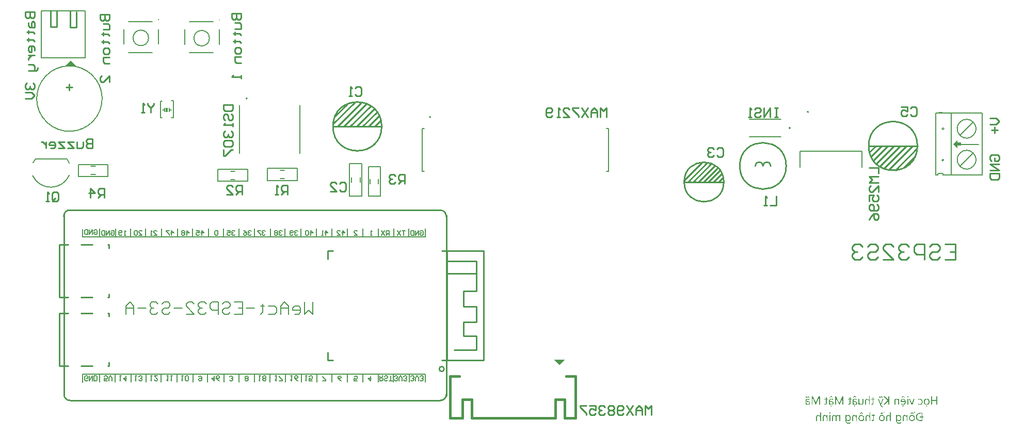
<source format=gbo>
G04*
G04 #@! TF.GenerationSoftware,Altium Limited,Altium Designer,21.9.2 (33)*
G04*
G04 Layer_Color=32896*
%FSTAX24Y24*%
%MOIN*%
G70*
G04*
G04 #@! TF.SameCoordinates,7D792EBD-1CCB-4A66-8B02-D1F74A79ED49*
G04*
G04*
G04 #@! TF.FilePolarity,Positive*
G04*
G01*
G75*
%ADD10C,0.0079*%
%ADD11C,0.0100*%
%ADD12C,0.0050*%
%ADD46C,0.0150*%
%ADD87C,0.0070*%
%ADD88C,0.0060*%
%ADD89C,0.0080*%
%ADD90R,0.0140X0.0250*%
G36*
X010505Y032105D02*
X009795D01*
X010145Y032455D01*
Y032465D01*
X010505Y032105D01*
D02*
G37*
G36*
X041345Y013145D02*
X042055D01*
X041705Y012795D01*
Y012785D01*
X041345Y013145D01*
D02*
G37*
G36*
X06715Y02705D02*
X0674Y0273D01*
Y02715D01*
X06765D01*
Y02695D01*
X0674D01*
Y0268D01*
X06715Y02705D01*
D02*
G37*
G36*
X064595Y009683D02*
X064549D01*
X064616Y009774D01*
X064678D01*
X064595Y009683D01*
D02*
G37*
G36*
X062653D02*
X062607D01*
X062673Y009774D01*
X062735D01*
X062653Y009683D01*
D02*
G37*
G36*
X059183Y009723D02*
X059192Y00972D01*
X059198Y009716D01*
X059199Y009715D01*
X0592Y009714D01*
X059203Y009709D01*
X059206Y009705D01*
X059209Y009697D01*
X05921Y009692D01*
X059211Y009689D01*
Y009687D01*
Y009686D01*
X05921Y00968D01*
X059209Y009674D01*
X059205Y009665D01*
X059203Y009662D01*
X059202Y00966D01*
X0592Y009659D01*
Y009658D01*
X059195Y009654D01*
X059191Y009652D01*
X059181Y009648D01*
X059178D01*
X059175Y009647D01*
X059172D01*
X059166Y009648D01*
X059161Y009649D01*
X059153Y009653D01*
X059147Y009657D01*
X059146Y009659D01*
X059145D01*
X059142Y009663D01*
X059138Y009668D01*
X059135Y009677D01*
X059134Y009681D01*
X059133Y009684D01*
Y009685D01*
Y009686D01*
X059134Y009692D01*
X059135Y009697D01*
X059139Y009707D01*
X059143Y009712D01*
X059144Y009713D01*
X059145Y009714D01*
X05915Y009718D01*
X059154Y009721D01*
X059163Y009724D01*
X059166D01*
X059169Y009725D01*
X059178D01*
X059183Y009723D01*
D02*
G37*
G36*
X064573Y009627D02*
X064529D01*
X064468Y009682D01*
X064407Y009627D01*
X064365D01*
X064444Y00972D01*
X064494D01*
X064573Y009627D01*
D02*
G37*
G36*
X062631D02*
X062586D01*
X062525Y009682D01*
X062464Y009627D01*
X062422D01*
X062501Y00972D01*
X062551D01*
X062631Y009627D01*
D02*
G37*
G36*
X061306Y009623D02*
X061264D01*
X061204Y009708D01*
X061144Y009623D01*
X061099D01*
X061178Y009745D01*
X061227D01*
X061306Y009623D01*
D02*
G37*
G36*
X063633Y00956D02*
X063647Y009558D01*
X06366Y009555D01*
X063672Y009552D01*
X063694Y009543D01*
X063704Y009537D01*
X063712Y009533D01*
X063719Y009527D01*
X063727Y009522D01*
X063732Y009517D01*
X063737Y009513D01*
X063741Y00951D01*
X063743Y009507D01*
X063744Y009505D01*
X063745Y009504D01*
X063754Y009493D01*
X06376Y009481D01*
X063766Y009469D01*
X063771Y009457D01*
X063779Y009431D01*
X063785Y009407D01*
X063787Y009395D01*
X063788Y009385D01*
X063789Y009376D01*
X06379Y009367D01*
X063791Y009361D01*
Y009356D01*
Y009352D01*
Y009352D01*
X06379Y009336D01*
X063789Y009322D01*
X063784Y009295D01*
X06378Y009283D01*
X063777Y009272D01*
X063773Y009262D01*
X063769Y009253D01*
X063766Y009245D01*
X063762Y009238D01*
X063758Y009231D01*
X063754Y009227D01*
X063752Y009223D01*
X06375Y00922D01*
X063748Y009218D01*
Y009217D01*
X06374Y009209D01*
X063731Y009202D01*
X063722Y009194D01*
X063712Y009189D01*
X063693Y00918D01*
X063676Y009175D01*
X063659Y009171D01*
X063653Y00917D01*
X063647Y009169D01*
X063642Y009168D01*
X063635D01*
X063619Y009169D01*
X063605Y009171D01*
X063592Y009175D01*
X063579Y009179D01*
X063568Y009185D01*
X063557Y009191D01*
X063547Y009197D01*
X063539Y009204D01*
X063531Y009211D01*
X063524Y009217D01*
X063519Y009223D01*
X063515Y009228D01*
X063511Y009233D01*
X063508Y009237D01*
X063507Y009239D01*
X063507Y00924D01*
X063505D01*
Y009198D01*
X063507Y009172D01*
X06351Y00915D01*
X063518Y00913D01*
X063526Y009114D01*
X063537Y009099D01*
X063548Y009088D01*
X063561Y009078D01*
X063574Y00907D01*
X063587Y009064D01*
X0636Y009059D01*
X063611Y009056D01*
X063622Y009055D01*
X063631Y009053D01*
X063638Y009052D01*
X063643D01*
X063665Y009054D01*
X063687Y009057D01*
X063707Y009063D01*
X063726Y009069D01*
X063742Y009076D01*
X063748Y009079D01*
X063754Y009081D01*
X063758Y009084D01*
X063762Y009085D01*
X063764Y009087D01*
X063765D01*
Y009027D01*
X063744Y009018D01*
X063724Y009011D01*
X063704Y009006D01*
X063684Y009004D01*
X063668Y009002D01*
X06366Y009001D01*
X063655Y009D01*
X063643D01*
X063625Y009001D01*
X063607Y009003D01*
X063592Y009006D01*
X063577Y009009D01*
X063564Y009014D01*
X063551Y009019D01*
X063539Y009025D01*
X063528Y009032D01*
X063509Y009048D01*
X063493Y009066D01*
X06348Y009084D01*
X06347Y009104D01*
X063461Y009122D01*
X063455Y009141D01*
X06345Y009158D01*
X063447Y009174D01*
X063446Y009187D01*
X063445Y009197D01*
Y009202D01*
Y009204D01*
Y009205D01*
Y009206D01*
Y009552D01*
X063505D01*
Y009499D01*
X063507D01*
X063514Y009511D01*
X063521Y00952D01*
X063531Y009528D01*
X063539Y009535D01*
X063548Y009541D01*
X063557Y009546D01*
X063576Y009553D01*
X063593Y009558D01*
X0636Y009559D01*
X063606Y00956D01*
X063611Y009561D01*
X063618D01*
X063633Y00956D01*
D02*
G37*
G36*
X060365Y00956D02*
X060379Y009558D01*
X060392Y009555D01*
X060404Y009552D01*
X060426Y009543D01*
X060436Y009537D01*
X060444Y009533D01*
X060451Y009527D01*
X060459Y009522D01*
X060464Y009517D01*
X060469Y009513D01*
X060473Y00951D01*
X060475Y009507D01*
X060476Y009505D01*
X060477Y009504D01*
X060486Y009493D01*
X060492Y009481D01*
X060498Y009469D01*
X060503Y009457D01*
X060511Y009431D01*
X060517Y009407D01*
X060519Y009395D01*
X06052Y009385D01*
X060521Y009376D01*
X060522Y009367D01*
X060523Y009361D01*
Y009356D01*
Y009352D01*
Y009352D01*
X060522Y009336D01*
X060521Y009322D01*
X060516Y009295D01*
X060512Y009283D01*
X060509Y009272D01*
X060505Y009262D01*
X060501Y009253D01*
X060498Y009245D01*
X060494Y009238D01*
X06049Y009231D01*
X060486Y009227D01*
X060484Y009223D01*
X060482Y00922D01*
X06048Y009218D01*
Y009217D01*
X060472Y009209D01*
X060463Y009202D01*
X060454Y009194D01*
X060444Y009189D01*
X060425Y00918D01*
X060408Y009175D01*
X060391Y009171D01*
X060385Y00917D01*
X060379Y009169D01*
X060374Y009168D01*
X060367D01*
X060351Y009169D01*
X060337Y009171D01*
X060324Y009175D01*
X060311Y009179D01*
X0603Y009185D01*
X060289Y009191D01*
X060279Y009197D01*
X060271Y009204D01*
X060263Y009211D01*
X060256Y009217D01*
X060251Y009223D01*
X060247Y009228D01*
X060243Y009233D01*
X06024Y009237D01*
X060239Y009239D01*
X060239Y00924D01*
X060237D01*
Y009198D01*
X060239Y009172D01*
X060242Y00915D01*
X06025Y00913D01*
X060258Y009114D01*
X060269Y009099D01*
X06028Y009088D01*
X060293Y009078D01*
X060306Y00907D01*
X060319Y009064D01*
X060332Y009059D01*
X060343Y009056D01*
X060354Y009055D01*
X060363Y009053D01*
X06037Y009052D01*
X060375D01*
X060397Y009054D01*
X060419Y009057D01*
X060439Y009063D01*
X060458Y009069D01*
X060473Y009076D01*
X06048Y009079D01*
X060486Y009081D01*
X06049Y009084D01*
X060494Y009085D01*
X060496Y009087D01*
X060497D01*
Y009027D01*
X060476Y009018D01*
X060456Y009011D01*
X060436Y009006D01*
X060416Y009004D01*
X060399Y009002D01*
X060392Y009001D01*
X060387Y009D01*
X060375D01*
X060357Y009001D01*
X060339Y009003D01*
X060324Y009006D01*
X060309Y009009D01*
X060296Y009014D01*
X060283Y009019D01*
X060271Y009025D01*
X06026Y009032D01*
X060241Y009048D01*
X060225Y009066D01*
X060212Y009084D01*
X060202Y009104D01*
X060193Y009122D01*
X060187Y009141D01*
X060182Y009158D01*
X060179Y009174D01*
X060177Y009187D01*
X060177Y009197D01*
Y009202D01*
Y009204D01*
Y009205D01*
Y009206D01*
Y009552D01*
X060237D01*
Y009499D01*
X060239D01*
X060246Y009511D01*
X060253Y00952D01*
X060263Y009528D01*
X060271Y009535D01*
X06028Y009541D01*
X060289Y009546D01*
X060308Y009553D01*
X060325Y009558D01*
X060332Y009559D01*
X060338Y00956D01*
X060343Y009561D01*
X06035D01*
X060365Y00956D01*
D02*
G37*
G36*
X063118Y009177D02*
X063058D01*
Y009388D01*
X063057Y009408D01*
X063053Y009425D01*
X063049Y009439D01*
X063043Y009452D01*
X063038Y009463D01*
X063033Y00947D01*
X063029Y009474D01*
X063028Y009475D01*
X063016Y009487D01*
X063003Y009495D01*
X062991Y009501D01*
X062979Y009505D01*
X062969Y009508D01*
X062961Y009509D01*
X062955Y00951D01*
X062953D01*
X062938Y009509D01*
X062925Y009505D01*
X062913Y009499D01*
X062903Y009491D01*
X062895Y009483D01*
X062888Y009473D01*
X062882Y009462D01*
X062878Y009451D01*
X062874Y00944D01*
X062871Y009429D01*
X062869Y009419D01*
X062867Y009411D01*
Y009403D01*
X062866Y009397D01*
Y009393D01*
Y009392D01*
Y009177D01*
X062806D01*
Y009408D01*
X062808Y009435D01*
X062812Y009458D01*
X062818Y009479D01*
X062826Y009496D01*
X062836Y009511D01*
X062846Y009524D01*
X062858Y009534D01*
X062869Y009541D01*
X062881Y009548D01*
X062893Y009552D01*
X062903Y009556D01*
X062914Y009558D01*
X062921Y00956D01*
X062928Y009561D01*
X062933D01*
X062948Y00956D01*
X062961Y009558D01*
X062974Y009554D01*
X062986Y009549D01*
X063007Y009538D01*
X063016Y009532D01*
X063025Y009525D01*
X063032Y009518D01*
X063039Y009512D01*
X063043Y009506D01*
X063048Y0095D01*
X063051Y009496D01*
X063054Y009492D01*
X063055Y00949D01*
X063056Y009489D01*
X063058D01*
Y009733D01*
X063118D01*
Y009177D01*
D02*
G37*
G36*
X061789Y009177D02*
X061729D01*
Y009388D01*
X061728Y009408D01*
X061724Y009425D01*
X061719Y009439D01*
X061714Y009452D01*
X061708Y009463D01*
X061704Y00947D01*
X0617Y009474D01*
X061699Y009475D01*
X061687Y009487D01*
X061674Y009495D01*
X061662Y009501D01*
X06165Y009505D01*
X06164Y009508D01*
X061632Y009509D01*
X061626Y00951D01*
X061624D01*
X061608Y009509D01*
X061596Y009505D01*
X061583Y009499D01*
X061574Y009491D01*
X061566Y009483D01*
X061559Y009473D01*
X061553Y009462D01*
X061548Y009451D01*
X061545Y00944D01*
X061542Y009429D01*
X06154Y009419D01*
X061538Y009411D01*
Y009403D01*
X061537Y009397D01*
Y009393D01*
Y009392D01*
Y009177D01*
X061477D01*
Y009408D01*
X061479Y009435D01*
X061483Y009458D01*
X061489Y009479D01*
X061497Y009496D01*
X061507Y009511D01*
X061517Y009524D01*
X061529Y009534D01*
X06154Y009541D01*
X061552Y009548D01*
X061564Y009552D01*
X061574Y009556D01*
X061584Y009558D01*
X061592Y00956D01*
X061598Y009561D01*
X061604D01*
X061619Y00956D01*
X061632Y009558D01*
X061645Y009554D01*
X061657Y009549D01*
X061678Y009538D01*
X061687Y009532D01*
X061695Y009525D01*
X061703Y009518D01*
X061709Y009512D01*
X061714Y009506D01*
X061719Y0095D01*
X061722Y009496D01*
X061725Y009492D01*
X061726Y00949D01*
X061727Y009489D01*
X061729D01*
Y009733D01*
X061789D01*
Y009177D01*
D02*
G37*
G36*
X058596D02*
X058536D01*
Y009388D01*
X058535Y009408D01*
X058531Y009425D01*
X058526Y009439D01*
X058521Y009452D01*
X058515Y009463D01*
X058511Y00947D01*
X058507Y009474D01*
X058506Y009475D01*
X058494Y009487D01*
X058481Y009495D01*
X058469Y009501D01*
X058457Y009505D01*
X058447Y009508D01*
X058439Y009509D01*
X058433Y00951D01*
X058431D01*
X058415Y009509D01*
X058402Y009505D01*
X05839Y009499D01*
X058381Y009491D01*
X058373Y009483D01*
X058365Y009473D01*
X05836Y009462D01*
X058355Y009451D01*
X058352Y00944D01*
X058349Y009429D01*
X058347Y009419D01*
X058345Y009411D01*
Y009403D01*
X058344Y009397D01*
Y009393D01*
Y009392D01*
Y009177D01*
X058284D01*
Y009408D01*
X058286Y009435D01*
X05829Y009458D01*
X058296Y009479D01*
X058303Y009496D01*
X058314Y009511D01*
X058324Y009524D01*
X058336Y009534D01*
X058347Y009541D01*
X058359Y009548D01*
X058371Y009552D01*
X058381Y009556D01*
X058391Y009558D01*
X058399Y00956D01*
X058405Y009561D01*
X058411D01*
X058426Y00956D01*
X058439Y009558D01*
X058451Y009554D01*
X058463Y009549D01*
X058485Y009538D01*
X058494Y009532D01*
X058502Y009525D01*
X05851Y009518D01*
X058516Y009512D01*
X058521Y009506D01*
X058525Y0095D01*
X058529Y009496D01*
X058532Y009492D01*
X058533Y00949D01*
X058534Y009489D01*
X058536D01*
Y009733D01*
X058596D01*
Y009177D01*
D02*
G37*
G36*
X059685Y00956D02*
X059698Y009558D01*
X05971Y009554D01*
X059722Y009549D01*
X059742Y009539D01*
X059758Y009526D01*
X059771Y009513D01*
X059781Y009503D01*
X059783Y009499D01*
X059786Y009495D01*
X059787Y009493D01*
X059788Y009492D01*
X05979D01*
Y009552D01*
X05985D01*
Y009177D01*
X05979D01*
Y00939D01*
X059789Y00941D01*
X059786Y009426D01*
X059782Y009441D01*
X059777Y009453D01*
X059772Y009463D01*
X059768Y009471D01*
X059765Y009475D01*
X059764Y009476D01*
X059754Y009487D01*
X059743Y009496D01*
X059732Y009501D01*
X059721Y009506D01*
X059712Y009508D01*
X059705Y009509D01*
X0597Y00951D01*
X059698D01*
X059684Y009509D01*
X059671Y009505D01*
X059659Y009499D01*
X059649Y009492D01*
X059641Y009484D01*
X059634Y009475D01*
X059628Y009465D01*
X059623Y009455D01*
X059621Y009444D01*
X059618Y009435D01*
X059616Y009426D01*
X059614Y009417D01*
Y00941D01*
X059613Y009404D01*
Y009401D01*
Y0094D01*
Y009177D01*
X059553D01*
Y00939D01*
X059552Y009408D01*
X059549Y009425D01*
X059545Y009438D01*
X059539Y00945D01*
X059535Y009461D01*
X05953Y009468D01*
X059527Y009473D01*
X059526Y009475D01*
X059516Y009487D01*
X059505Y009495D01*
X059494Y009501D01*
X059484Y009505D01*
X059475Y009508D01*
X059467Y009509D01*
X059462Y00951D01*
X059461D01*
X059445Y009509D01*
X059431Y009505D01*
X05942Y009501D01*
X059412Y009496D01*
X059404Y009491D01*
X0594Y009487D01*
X059397Y009483D01*
X059396Y009482D01*
X059389Y00947D01*
X059385Y009456D01*
X059381Y009441D01*
X059379Y009426D01*
X059377Y009413D01*
X059376Y009402D01*
Y009398D01*
Y009395D01*
Y009393D01*
Y009392D01*
Y009177D01*
X059316D01*
Y009408D01*
X059317Y009435D01*
X059322Y009458D01*
X059327Y009479D01*
X059336Y009496D01*
X059345Y009511D01*
X059355Y009524D01*
X059366Y009534D01*
X059378Y009541D01*
X059389Y009548D01*
X059401Y009552D01*
X059412Y009556D01*
X059421Y009558D01*
X059429Y00956D01*
X059435Y009561D01*
X05944D01*
X059455Y00956D01*
X05947Y009557D01*
X059483Y009553D01*
X059495Y009549D01*
X059506Y009543D01*
X059516Y009536D01*
X059525Y009529D01*
X059534Y009522D01*
X059541Y009514D01*
X059548Y009508D01*
X059553Y009501D01*
X059558Y009495D01*
X059561Y00949D01*
X059563Y009487D01*
X059564Y009484D01*
X059565Y009483D01*
X05957Y009496D01*
X059576Y009507D01*
X059583Y009516D01*
X059589Y009524D01*
X059596Y009531D01*
X0596Y009536D01*
X059604Y009538D01*
X059605Y009539D01*
X059616Y009547D01*
X059627Y009551D01*
X059638Y009555D01*
X059648Y009558D01*
X059658Y00956D01*
X059665Y009561D01*
X059672D01*
X059685Y00956D01*
D02*
G37*
G36*
X062024Y009644D02*
Y009552D01*
X062088D01*
Y0095D01*
X062024D01*
Y009278D01*
X062023Y009259D01*
X062019Y009242D01*
X062015Y009228D01*
X062008Y009216D01*
X062001Y009204D01*
X061992Y009196D01*
X061983Y009189D01*
X061974Y009183D01*
X061965Y009179D01*
X061956Y009175D01*
X061948Y009173D01*
X061941Y009171D01*
X061934Y00917D01*
X061929Y009169D01*
X061925D01*
X061912Y00917D01*
X061901Y009171D01*
X061892Y009173D01*
X061883Y009175D01*
X061877Y009177D01*
X061872Y009178D01*
X061869Y009179D01*
X061868D01*
Y009231D01*
X061875Y009228D01*
X061881Y009225D01*
X061894Y009221D01*
X0619Y00922D01*
X061904Y009219D01*
X061908D01*
X061918Y00922D01*
X061928Y009222D01*
X061935Y009224D01*
X061941Y009228D01*
X061945Y00923D01*
X061948Y009232D01*
X06195Y009234D01*
X061951Y009235D01*
X061955Y009241D01*
X061958Y00925D01*
X061962Y009267D01*
X061963Y009276D01*
X061964Y009282D01*
Y009287D01*
Y009289D01*
Y0095D01*
X061868D01*
Y009552D01*
X061964D01*
Y009663D01*
X062024Y009644D01*
D02*
G37*
G36*
X065157Y009471D02*
X065216D01*
Y009413D01*
X065157D01*
Y009177D01*
X065016D01*
X064992Y009178D01*
X06497Y009179D01*
X064949Y009183D01*
X064928Y009189D01*
X06491Y009194D01*
X064893Y0092D01*
X064877Y009207D01*
X064864Y009214D01*
X064851Y00922D01*
X06484Y009228D01*
X06483Y009233D01*
X064822Y00924D01*
X064816Y009244D01*
X064812Y009248D01*
X064809Y00925D01*
X064808Y009251D01*
X064794Y009265D01*
X064782Y00928D01*
X064772Y009296D01*
X064763Y009313D01*
X064755Y009329D01*
X064749Y009346D01*
X064744Y009362D01*
X06474Y009377D01*
X064737Y009391D01*
X064734Y009405D01*
X064733Y009417D01*
X064731Y009427D01*
Y009436D01*
X06473Y009442D01*
Y009447D01*
Y009448D01*
X064731Y009471D01*
X064733Y009493D01*
X064737Y009514D01*
X064742Y009533D01*
X064749Y009551D01*
X064756Y009568D01*
X064765Y009584D01*
X064774Y009598D01*
X064784Y00961D01*
X064795Y009623D01*
X064807Y009634D01*
X064819Y009644D01*
X064831Y009652D01*
X064844Y00966D01*
X06487Y009674D01*
X064897Y009685D01*
X064922Y009693D01*
X064946Y009698D01*
X064967Y009703D01*
X064976Y009704D01*
X064985Y009705D01*
X064992Y009706D01*
X064999D01*
X065003Y009707D01*
X065157D01*
Y009471D01*
D02*
G37*
G36*
X064021Y00956D02*
X064035Y009558D01*
X064048Y009554D01*
X064059Y009549D01*
X06407Y009544D01*
X06408Y009538D01*
X064089Y009532D01*
X064098Y009525D01*
X064105Y009518D01*
X064112Y009512D01*
X064117Y009506D01*
X064121Y0095D01*
X064124Y009496D01*
X064127Y009492D01*
X064128Y00949D01*
X064129Y009489D01*
X064131D01*
Y009552D01*
X064191D01*
Y009177D01*
X064131D01*
Y00939D01*
X06413Y009409D01*
X064126Y009426D01*
X064122Y00944D01*
X064116Y009452D01*
X064111Y009463D01*
X064106Y00947D01*
X064102Y009474D01*
X064101Y009475D01*
X064089Y009487D01*
X064077Y009495D01*
X064064Y009501D01*
X064052Y009505D01*
X064042Y009508D01*
X064034Y009509D01*
X064028Y00951D01*
X064026D01*
X064011Y009509D01*
X063998Y009504D01*
X063986Y009499D01*
X063976Y009491D01*
X063968Y009482D01*
X063961Y009472D01*
X063955Y009462D01*
X063951Y00945D01*
X063947Y009439D01*
X063944Y009428D01*
X063942Y009418D01*
X06394Y009409D01*
Y009401D01*
X063939Y009396D01*
Y009391D01*
Y00939D01*
Y009177D01*
X063879D01*
Y009406D01*
X06388Y009433D01*
X063884Y009456D01*
X06389Y009475D01*
X063895Y009491D01*
X063902Y009504D01*
X063906Y009513D01*
X06391Y009519D01*
X063912Y009521D01*
X063918Y009528D01*
X063925Y009534D01*
X06394Y009544D01*
X063956Y009551D01*
X063971Y009556D01*
X063985Y009559D01*
X063996Y00956D01*
X064001Y009561D01*
X064006D01*
X064021Y00956D01*
D02*
G37*
G36*
X060753Y00956D02*
X060767Y009558D01*
X06078Y009554D01*
X060791Y009549D01*
X060802Y009544D01*
X060812Y009538D01*
X060821Y009532D01*
X06083Y009525D01*
X060837Y009518D01*
X060844Y009512D01*
X060849Y009506D01*
X060853Y0095D01*
X060856Y009496D01*
X060859Y009492D01*
X06086Y00949D01*
X060861Y009489D01*
X060863D01*
Y009552D01*
X060923D01*
Y009177D01*
X060863D01*
Y00939D01*
X060862Y009409D01*
X060858Y009426D01*
X060854Y00944D01*
X060848Y009452D01*
X060843Y009463D01*
X060838Y00947D01*
X060834Y009474D01*
X060833Y009475D01*
X060821Y009487D01*
X060809Y009495D01*
X060796Y009501D01*
X060784Y009505D01*
X060774Y009508D01*
X060766Y009509D01*
X06076Y00951D01*
X060758D01*
X060743Y009509D01*
X06073Y009504D01*
X060718Y009499D01*
X060708Y009491D01*
X0607Y009482D01*
X060693Y009472D01*
X060687Y009462D01*
X060683Y00945D01*
X060679Y009439D01*
X060676Y009428D01*
X060674Y009418D01*
X060672Y009409D01*
Y009401D01*
X060671Y009396D01*
Y009391D01*
Y00939D01*
Y009177D01*
X060611D01*
Y009406D01*
X060612Y009433D01*
X060616Y009456D01*
X060622Y009475D01*
X060627Y009491D01*
X060634Y009504D01*
X060638Y009513D01*
X060642Y009519D01*
X060644Y009521D01*
X06065Y009528D01*
X060657Y009534D01*
X060672Y009544D01*
X060688Y009551D01*
X060703Y009556D01*
X060717Y009559D01*
X060728Y00956D01*
X060732Y009561D01*
X060738D01*
X060753Y00956D01*
D02*
G37*
G36*
X059203Y009177D02*
X059143D01*
Y009552D01*
X059203D01*
Y009177D01*
D02*
G37*
G36*
X058851Y00956D02*
X058865Y009558D01*
X058878Y009554D01*
X058889Y009549D01*
X0589Y009544D01*
X05891Y009538D01*
X05892Y009532D01*
X058928Y009525D01*
X058935Y009518D01*
X058942Y009512D01*
X058947Y009506D01*
X058951Y0095D01*
X058955Y009496D01*
X058957Y009492D01*
X058958Y00949D01*
X058959Y009489D01*
X058961D01*
Y009552D01*
X059021D01*
Y009177D01*
X058961D01*
Y00939D01*
X05896Y009409D01*
X058956Y009426D01*
X058952Y00944D01*
X058946Y009452D01*
X058941Y009463D01*
X058936Y00947D01*
X058932Y009474D01*
X058932Y009475D01*
X05892Y009487D01*
X058907Y009495D01*
X058895Y009501D01*
X058882Y009505D01*
X058872Y009508D01*
X058864Y009509D01*
X058858Y00951D01*
X058857D01*
X058841Y009509D01*
X058828Y009504D01*
X058816Y009499D01*
X058807Y009491D01*
X058798Y009482D01*
X058791Y009472D01*
X058785Y009462D01*
X058781Y00945D01*
X058777Y009439D01*
X058774Y009428D01*
X058772Y009418D01*
X058771Y009409D01*
Y009401D01*
X05877Y009396D01*
Y009391D01*
Y00939D01*
Y009177D01*
X05871D01*
Y009406D01*
X05871Y009433D01*
X058714Y009456D01*
X05872Y009475D01*
X058725Y009491D01*
X058732Y009504D01*
X058736Y009513D01*
X05874Y009519D01*
X058742Y009521D01*
X058748Y009528D01*
X058755Y009534D01*
X058771Y009544D01*
X058786Y009551D01*
X058801Y009556D01*
X058815Y009559D01*
X058826Y00956D01*
X058831Y009561D01*
X058836D01*
X058851Y00956D01*
D02*
G37*
G36*
X064483Y009563D02*
X064498Y009562D01*
X064513Y00956D01*
X064526Y009556D01*
X064539Y009552D01*
X064551Y009548D01*
X064561Y009542D01*
X06457Y009537D01*
X06458Y009533D01*
X064587Y009527D01*
X064593Y009523D01*
X064599Y009519D01*
X064603Y009515D01*
X064605Y009513D01*
X064607Y009512D01*
X064608Y009511D01*
X064618Y0095D01*
X064625Y009488D01*
X064632Y009477D01*
X064638Y009464D01*
X064647Y009439D01*
X064654Y009415D01*
X064655Y009404D01*
X064657Y009394D01*
X064658Y009385D01*
X064659Y009376D01*
X06466Y00937D01*
Y009365D01*
Y009362D01*
Y009361D01*
X064659Y009345D01*
X064658Y00933D01*
X064653Y009302D01*
X064648Y00929D01*
X064644Y009278D01*
X06464Y009268D01*
X064635Y009258D01*
X06463Y00925D01*
X064626Y009242D01*
X064621Y009236D01*
X064618Y00923D01*
X064615Y009227D01*
X064612Y009224D01*
X064611Y009222D01*
X06461Y009221D01*
X0646Y009212D01*
X06459Y009204D01*
X06458Y009197D01*
X064568Y009191D01*
X064556Y009186D01*
X064545Y009181D01*
X064524Y009175D01*
X064515Y009173D01*
X064506Y009171D01*
X064497Y00917D01*
X06449Y009169D01*
X064484Y009168D01*
X064476D01*
X06446Y009169D01*
X064445Y009171D01*
X064432Y009173D01*
X064419Y009177D01*
X064406Y00918D01*
X064395Y009185D01*
X064384Y009191D01*
X064375Y009195D01*
X064367Y0092D01*
X064359Y009205D01*
X064354Y00921D01*
X064348Y009214D01*
X064345Y009217D01*
X064342Y00922D01*
X06434Y009221D01*
X064339Y009222D01*
X06433Y009233D01*
X064321Y009244D01*
X064315Y009255D01*
X064309Y009267D01*
X0643Y009292D01*
X064294Y009315D01*
X064292Y009326D01*
X06429Y009336D01*
X064289Y009345D01*
X064288Y009352D01*
X064287Y009359D01*
Y009364D01*
Y009366D01*
Y009367D01*
X064288Y009384D01*
X064289Y0094D01*
X064292Y009415D01*
X064295Y009429D01*
X064298Y009442D01*
X064302Y009453D01*
X064307Y009464D01*
X064311Y009475D01*
X064316Y009483D01*
X064321Y00949D01*
X064324Y009497D01*
X064328Y009502D01*
X064331Y009506D01*
X064334Y009509D01*
X064334Y009511D01*
X064335Y009512D01*
X064345Y009521D01*
X064355Y009529D01*
X064365Y009536D01*
X064376Y009542D01*
X064387Y009548D01*
X064397Y009551D01*
X064419Y009558D01*
X064437Y009561D01*
X064445Y009562D01*
X064453Y009563D01*
X064458Y009564D01*
X064467D01*
X064483Y009563D01*
D02*
G37*
G36*
X062541D02*
X062556Y009562D01*
X06257Y00956D01*
X062583Y009556D01*
X062596Y009552D01*
X062608Y009548D01*
X062619Y009542D01*
X062628Y009537D01*
X062637Y009533D01*
X062644Y009527D01*
X062651Y009523D01*
X062656Y009519D01*
X06266Y009515D01*
X062663Y009513D01*
X062665Y009512D01*
X062666Y009511D01*
X062675Y0095D01*
X062682Y009488D01*
X06269Y009477D01*
X062695Y009464D01*
X062705Y009439D01*
X062711Y009415D01*
X062713Y009404D01*
X062715Y009394D01*
X062716Y009385D01*
X062717Y009376D01*
X062718Y00937D01*
Y009365D01*
Y009362D01*
Y009361D01*
X062717Y009345D01*
X062716Y00933D01*
X06271Y009302D01*
X062706Y00929D01*
X062702Y009278D01*
X062697Y009268D01*
X062693Y009258D01*
X062688Y00925D01*
X062683Y009242D01*
X062679Y009236D01*
X062675Y00923D01*
X062672Y009227D01*
X062669Y009224D01*
X062669Y009222D01*
X062668Y009221D01*
X062657Y009212D01*
X062647Y009204D01*
X062637Y009197D01*
X062626Y009191D01*
X062614Y009186D01*
X062603Y009181D01*
X062582Y009175D01*
X062572Y009173D01*
X062563Y009171D01*
X062555Y00917D01*
X062547Y009169D01*
X062542Y009168D01*
X062533D01*
X062518Y009169D01*
X062503Y009171D01*
X062489Y009173D01*
X062476Y009177D01*
X062463Y00918D01*
X062452Y009185D01*
X062442Y009191D01*
X062433Y009195D01*
X062424Y0092D01*
X062417Y009205D01*
X062411Y00921D01*
X062406Y009214D01*
X062402Y009217D01*
X062399Y00922D01*
X062397Y009221D01*
X062397Y009222D01*
X062387Y009233D01*
X062379Y009244D01*
X062373Y009255D01*
X062367Y009267D01*
X062358Y009292D01*
X062351Y009315D01*
X062349Y009326D01*
X062348Y009336D01*
X062347Y009345D01*
X062346Y009352D01*
X062345Y009359D01*
Y009364D01*
Y009366D01*
Y009367D01*
X062346Y009384D01*
X062347Y0094D01*
X062349Y009415D01*
X062352Y009429D01*
X062356Y009442D01*
X06236Y009453D01*
X062364Y009464D01*
X062369Y009475D01*
X062373Y009483D01*
X062378Y00949D01*
X062382Y009497D01*
X062385Y009502D01*
X062388Y009506D01*
X062391Y009509D01*
X062392Y009511D01*
X062393Y009512D01*
X062402Y009521D01*
X062412Y009529D01*
X062422Y009536D01*
X062434Y009542D01*
X062445Y009548D01*
X062455Y009551D01*
X062476Y009558D01*
X062495Y009561D01*
X062503Y009562D01*
X06251Y009563D01*
X062516Y009564D01*
X062524D01*
X062541Y009563D01*
D02*
G37*
G36*
X061213Y00956D02*
X061228Y009559D01*
X061243Y009556D01*
X061256Y009552D01*
X061269Y009549D01*
X06128Y009544D01*
X061291Y009538D01*
X0613Y009534D01*
X061309Y009529D01*
X061316Y009524D01*
X061323Y009519D01*
X061328Y009515D01*
X061332Y009512D01*
X061335Y00951D01*
X061337Y009508D01*
X061337Y009507D01*
X061347Y009497D01*
X061354Y009486D01*
X061361Y009474D01*
X061367Y009462D01*
X061376Y009438D01*
X061382Y009413D01*
X061384Y009402D01*
X061386Y009392D01*
X061386Y009383D01*
X061387Y009376D01*
X061388Y009369D01*
Y009364D01*
Y009361D01*
Y00936D01*
X061387Y009344D01*
X061386Y009329D01*
X061381Y009302D01*
X061377Y009289D01*
X061373Y009277D01*
X061368Y009267D01*
X061363Y009257D01*
X06136Y009249D01*
X061355Y009241D01*
X06135Y009235D01*
X061347Y009229D01*
X061344Y009226D01*
X061341Y009223D01*
X06134Y009221D01*
X061339Y00922D01*
X061329Y009211D01*
X061319Y009204D01*
X061309Y009196D01*
X061298Y009191D01*
X061275Y009181D01*
X061254Y009175D01*
X061244Y009173D01*
X061235Y009171D01*
X061226Y00917D01*
X06122Y009169D01*
X061214Y009168D01*
X061206D01*
X06119Y009169D01*
X061176Y009171D01*
X061162Y009173D01*
X061149Y009177D01*
X061137Y00918D01*
X061126Y009185D01*
X061115Y009191D01*
X061106Y009195D01*
X061098Y0092D01*
X06109Y009205D01*
X061085Y00921D01*
X061079Y009214D01*
X061076Y009217D01*
X061073Y00922D01*
X061071Y009221D01*
X06107Y009222D01*
X061061Y009232D01*
X061053Y009243D01*
X061046Y009255D01*
X061041Y009267D01*
X061031Y009291D01*
X061026Y009314D01*
X061024Y009325D01*
X061022Y009334D01*
X061021Y009343D01*
X06102Y009351D01*
X061019Y009357D01*
Y009362D01*
Y009364D01*
Y009365D01*
X06102Y009382D01*
X061021Y009398D01*
X061024Y009413D01*
X061027Y009426D01*
X06103Y009439D01*
X061034Y009451D01*
X061039Y009462D01*
X061042Y009472D01*
X061047Y00948D01*
X061052Y009487D01*
X061055Y009494D01*
X061059Y009499D01*
X061062Y009503D01*
X061065Y009506D01*
X061066Y009508D01*
X061066Y009509D01*
X061076Y009518D01*
X061086Y009526D01*
X061096Y009533D01*
X061107Y009538D01*
X061128Y009548D01*
X06115Y009554D01*
X061168Y009558D01*
X061177Y009559D01*
X061183Y00956D01*
X061189Y009561D01*
X061197D01*
X061213Y00956D01*
D02*
G37*
G36*
X064205Y010774D02*
X064214Y010771D01*
X064219Y010767D01*
X06422Y010766D01*
X064221Y010765D01*
X064225Y01076D01*
X064228Y010756D01*
X06423Y010747D01*
X064231Y010743D01*
X064232Y01074D01*
Y010738D01*
Y010737D01*
X064231Y010731D01*
X06423Y010725D01*
X064227Y010716D01*
X064225Y010713D01*
X064223Y01071D01*
X064221Y01071D01*
Y010709D01*
X064217Y010705D01*
X064212Y010703D01*
X064203Y010699D01*
X064199D01*
X064196Y010698D01*
X064193D01*
X064188Y010699D01*
X064182Y0107D01*
X064174Y010704D01*
X064169Y010708D01*
X064168Y01071D01*
X064167D01*
X064163Y010714D01*
X064159Y010719D01*
X064156Y010728D01*
X064156Y010732D01*
X064155Y010734D01*
Y010736D01*
Y010737D01*
X064156Y010743D01*
X064156Y010748D01*
X06416Y010758D01*
X064165Y010763D01*
X064166Y010764D01*
X064167Y010765D01*
X064171Y010769D01*
X064176Y010771D01*
X064184Y010775D01*
X064188D01*
X064191Y010776D01*
X064199D01*
X064205Y010774D01*
D02*
G37*
G36*
X064003Y010678D02*
X063961D01*
X0639Y010763D01*
X063839Y010678D01*
X063794D01*
X063874Y0108D01*
X063923D01*
X064003Y010678D01*
D02*
G37*
G36*
X060875Y010678D02*
X060833D01*
X060772Y010763D01*
X060711Y010678D01*
X060666D01*
X060746Y0108D01*
X060795D01*
X060875Y010678D01*
D02*
G37*
G36*
X059355D02*
X059313D01*
X059252Y010763D01*
X059191Y010678D01*
X059146D01*
X059226Y0108D01*
X059275D01*
X059355Y010678D01*
D02*
G37*
G36*
X062375Y010759D02*
X062376Y010753D01*
X06238Y010742D01*
X062385Y010734D01*
X062391Y010729D01*
X062396Y010726D01*
X062402Y010724D01*
X062405Y010723D01*
X062406D01*
X062414Y010724D01*
X062422Y010726D01*
X06243Y010729D01*
X062438Y010732D01*
X062444Y010734D01*
X062449Y010737D01*
X062453Y010739D01*
X062454Y01074D01*
X062465Y010747D01*
X062476Y010751D01*
X062485Y010755D01*
X062493Y010757D01*
X0625Y010759D01*
X062504Y010759D01*
X062509D01*
X06252Y010759D01*
X06253Y010756D01*
X062539Y010752D01*
X062545Y010747D01*
X062551Y010743D01*
X062554Y010739D01*
X062557Y010736D01*
X062558Y010735D01*
X062564Y010726D01*
X062568Y010715D01*
X062571Y010705D01*
X062574Y010695D01*
X062575Y010685D01*
X062576Y010678D01*
Y010673D01*
Y010673D01*
Y010672D01*
X062541D01*
Y010679D01*
X06254Y010685D01*
X062536Y010696D01*
X062531Y010703D01*
X062525Y010708D01*
X062519Y010711D01*
X062514Y010712D01*
X06251Y010713D01*
X062509D01*
X062503Y010712D01*
X062495Y01071D01*
X062481Y010706D01*
X062475Y010702D01*
X062469Y0107D01*
X062466Y010698D01*
X062465Y010697D01*
X062453Y010691D01*
X062442Y010686D01*
X062431Y010683D01*
X062422Y010681D01*
X062415Y010679D01*
X062409Y010678D01*
X062405D01*
X062394Y010679D01*
X062384Y010682D01*
X062377Y010686D01*
X062369Y010691D01*
X062365Y010695D01*
X06236Y010699D01*
X062358Y010702D01*
X062357Y010703D01*
X062351Y010713D01*
X062346Y010723D01*
X062343Y010734D01*
X062341Y010745D01*
X06234Y010753D01*
X062339Y01076D01*
Y010765D01*
Y010767D01*
X062375D01*
Y010759D01*
D02*
G37*
G36*
X05765Y010755D02*
X057651Y010748D01*
X057655Y010737D01*
X05766Y01073D01*
X057666Y010725D01*
X057671Y010722D01*
X057677Y010721D01*
X057681Y01072D01*
X057681D01*
X057689Y010721D01*
X057697Y010722D01*
X057712Y010728D01*
X057718Y010731D01*
X057723Y010733D01*
X057727Y010734D01*
X057728Y010735D01*
X057739Y010742D01*
X05775Y010747D01*
X057759Y01075D01*
X057767Y010752D01*
X057773Y010754D01*
X057779Y010755D01*
X057782D01*
X057793Y010754D01*
X057804Y010751D01*
X057812Y010747D01*
X057819Y010743D01*
X057825Y010738D01*
X057829Y010734D01*
X057831Y010732D01*
X057832Y010731D01*
X057838Y010722D01*
X057842Y010711D01*
X057845Y010701D01*
X057848Y010691D01*
X057849Y010682D01*
X05785Y010674D01*
Y01067D01*
Y010669D01*
Y010668D01*
X057815D01*
Y010675D01*
X057813Y010682D01*
X057809Y010692D01*
X057805Y010699D01*
X057798Y010704D01*
X057792Y010708D01*
X057787Y010709D01*
X057783Y01071D01*
X057782D01*
X057776Y010709D01*
X057769Y010707D01*
X057755Y010702D01*
X057749Y010698D01*
X057743Y010697D01*
X05774Y010695D01*
X057739Y010694D01*
X057727Y010687D01*
X057716Y010683D01*
X057706Y010679D01*
X057696Y010677D01*
X05769Y010675D01*
X057684Y010674D01*
X05768D01*
X057669Y010675D01*
X057659Y010678D01*
X057652Y010682D01*
X057644Y010686D01*
X05764Y010691D01*
X057635Y010695D01*
X057633Y010697D01*
X057632Y010698D01*
X057626Y010709D01*
X057621Y010719D01*
X057619Y01073D01*
X057616Y01074D01*
X057615Y010748D01*
X057614Y010756D01*
Y01076D01*
Y010762D01*
X05765D01*
Y010755D01*
D02*
G37*
G36*
X061754Y010228D02*
X061694D01*
Y010439D01*
X061693Y010459D01*
X06169Y010475D01*
X061685Y01049D01*
X061679Y010503D01*
X061674Y010513D01*
X061669Y010521D01*
X061665Y010525D01*
X061665Y010526D01*
X061653Y010537D01*
X06164Y010546D01*
X061628Y010552D01*
X061616Y010556D01*
X061605Y010559D01*
X061597Y01056D01*
X061591Y010561D01*
X06159D01*
X061574Y01056D01*
X061561Y010556D01*
X061549Y010549D01*
X06154Y010542D01*
X061531Y010534D01*
X061524Y010524D01*
X061518Y010512D01*
X061514Y010502D01*
X06151Y010491D01*
X061507Y01048D01*
X061505Y01047D01*
X061504Y010462D01*
Y010454D01*
X061503Y010448D01*
Y010444D01*
Y010443D01*
Y010228D01*
X061443D01*
Y010459D01*
X061444Y010486D01*
X061448Y010509D01*
X061455Y01053D01*
X061462Y010547D01*
X061472Y010562D01*
X061482Y010574D01*
X061494Y010585D01*
X061505Y010592D01*
X061517Y010599D01*
X061529Y010603D01*
X06154Y010607D01*
X06155Y010609D01*
X061557Y010611D01*
X061564Y010611D01*
X061569D01*
X061584Y010611D01*
X061597Y010609D01*
X06161Y010605D01*
X061622Y0106D01*
X061643Y010589D01*
X061653Y010583D01*
X061661Y010576D01*
X061668Y010569D01*
X061675Y010562D01*
X061679Y010557D01*
X061684Y010551D01*
X061688Y010547D01*
X06169Y010543D01*
X061691Y010541D01*
X061692Y01054D01*
X061694D01*
Y010784D01*
X061754D01*
Y010228D01*
D02*
G37*
G36*
X066105Y010228D02*
X066043D01*
Y010467D01*
X065772D01*
Y010228D01*
X06571D01*
Y010753D01*
X065772D01*
Y010523D01*
X066043D01*
Y010753D01*
X066105D01*
Y010228D01*
D02*
G37*
G36*
X060791Y010613D02*
X060815Y01061D01*
X060838Y010604D01*
X060857Y010598D01*
X060865Y010594D01*
X060873Y01059D01*
X060878Y010587D01*
X060884Y010585D01*
X060888Y010583D01*
X060891Y010581D01*
X060893Y010579D01*
X060894D01*
Y010517D01*
X060884Y010525D01*
X060873Y010533D01*
X060862Y010538D01*
X060851Y010544D01*
X06083Y010552D01*
X060811Y010558D01*
X060795Y010561D01*
X060788Y010562D01*
X060781D01*
X060777Y010563D01*
X06077D01*
X060756Y010562D01*
X060744Y01056D01*
X060734Y010554D01*
X060725Y010549D01*
X060717Y010541D01*
X060711Y010533D01*
X060706Y010525D01*
X060702Y010515D01*
X060696Y010498D01*
X060695Y010489D01*
X060693Y010482D01*
Y010476D01*
X060692Y010472D01*
Y010468D01*
Y010467D01*
X060805Y010451D01*
X060827Y010447D01*
X060847Y010441D01*
X060863Y010434D01*
X060878Y010425D01*
X06089Y010415D01*
X0609Y010404D01*
X060909Y010394D01*
X060915Y010383D01*
X060921Y010372D01*
X060925Y010362D01*
X060927Y010352D01*
X060929Y010344D01*
X06093Y010338D01*
X060931Y010332D01*
Y010328D01*
Y010328D01*
X060929Y01031D01*
X060925Y010294D01*
X060921Y010281D01*
X060914Y01027D01*
X060909Y010261D01*
X060903Y010254D01*
X0609Y010251D01*
X060899Y010249D01*
X060886Y010239D01*
X060871Y010232D01*
X060856Y010227D01*
X060842Y010223D01*
X060829Y010221D01*
X060819Y01022D01*
X060815Y010219D01*
X06081D01*
X060796Y01022D01*
X060783Y010222D01*
X060771Y010226D01*
X060759Y010229D01*
X06074Y010241D01*
X060723Y010253D01*
X06071Y010265D01*
X060701Y010276D01*
X060697Y010279D01*
X060695Y010283D01*
X060693Y010285D01*
Y010286D01*
X060692D01*
Y010228D01*
X060631D01*
Y010474D01*
X060633Y010499D01*
X060637Y010521D01*
X060643Y010539D01*
X060652Y010555D01*
X060662Y010569D01*
X060674Y010581D01*
X060686Y01059D01*
X060698Y010598D01*
X06071Y010603D01*
X060722Y010608D01*
X060734Y010611D01*
X060743Y010613D01*
X060752Y010614D01*
X060759Y010615D01*
X060765D01*
X060791Y010613D01*
D02*
G37*
G36*
X059272D02*
X059296Y01061D01*
X059318Y010604D01*
X059337Y010598D01*
X059346Y010594D01*
X059353Y01059D01*
X059359Y010587D01*
X059364Y010585D01*
X059369Y010583D01*
X059371Y010581D01*
X059373Y010579D01*
X059374D01*
Y010517D01*
X059364Y010525D01*
X059353Y010533D01*
X059342Y010538D01*
X059332Y010544D01*
X05931Y010552D01*
X059291Y010558D01*
X059275Y010561D01*
X059268Y010562D01*
X059261D01*
X059257Y010563D01*
X05925D01*
X059236Y010562D01*
X059224Y01056D01*
X059214Y010554D01*
X059205Y010549D01*
X059198Y010541D01*
X059191Y010533D01*
X059186Y010525D01*
X059182Y010515D01*
X059176Y010498D01*
X059175Y010489D01*
X059174Y010482D01*
Y010476D01*
X059173Y010472D01*
Y010468D01*
Y010467D01*
X059285Y010451D01*
X059308Y010447D01*
X059327Y010441D01*
X059344Y010434D01*
X059359Y010425D01*
X059371Y010415D01*
X059381Y010404D01*
X059389Y010394D01*
X059396Y010383D01*
X059401Y010372D01*
X059405Y010362D01*
X059408Y010352D01*
X059409Y010344D01*
X05941Y010338D01*
X059411Y010332D01*
Y010328D01*
Y010328D01*
X059409Y01031D01*
X059406Y010294D01*
X059401Y010281D01*
X059395Y01027D01*
X059389Y010261D01*
X059383Y010254D01*
X05938Y010251D01*
X059379Y010249D01*
X059366Y010239D01*
X059351Y010232D01*
X059336Y010227D01*
X059322Y010223D01*
X059309Y010221D01*
X059299Y01022D01*
X059296Y010219D01*
X05929D01*
X059276Y01022D01*
X059263Y010222D01*
X059251Y010226D01*
X059239Y010229D01*
X05922Y010241D01*
X059203Y010253D01*
X05919Y010265D01*
X059181Y010276D01*
X059177Y010279D01*
X059175Y010283D01*
X059174Y010285D01*
Y010286D01*
X059173D01*
Y010228D01*
X059112D01*
Y010474D01*
X059113Y010499D01*
X059117Y010521D01*
X059124Y010539D01*
X059132Y010555D01*
X059142Y010569D01*
X059154Y010581D01*
X059166Y01059D01*
X059178Y010598D01*
X05919Y010603D01*
X059202Y010608D01*
X059214Y010611D01*
X059223Y010613D01*
X059233Y010614D01*
X059239Y010615D01*
X059245D01*
X059272Y010613D01*
D02*
G37*
G36*
X057753Y01061D02*
X057777Y010606D01*
X057799Y0106D01*
X057817Y010594D01*
X057826Y01059D01*
X057833Y010587D01*
X05784Y010585D01*
X057844Y010582D01*
X057849Y01058D01*
X057852Y010578D01*
X057854Y010576D01*
X057854D01*
Y010514D01*
X057844Y010523D01*
X057833Y01053D01*
X057823Y010536D01*
X057812Y010541D01*
X057792Y010549D01*
X057773Y010555D01*
X057756Y010558D01*
X05775Y01056D01*
X057743D01*
X057739Y010561D01*
X057732D01*
X057718Y01056D01*
X057706Y010557D01*
X057696Y010552D01*
X057687Y010546D01*
X05768Y010538D01*
X057673Y01053D01*
X057669Y010522D01*
X057664Y010513D01*
X057658Y010496D01*
X057657Y010488D01*
X057656Y01048D01*
Y010475D01*
X057655Y010469D01*
Y010466D01*
Y010465D01*
X057768Y01045D01*
X05779Y010445D01*
X057808Y010439D01*
X057825Y010432D01*
X057839Y010423D01*
X057851Y010414D01*
X057861Y010403D01*
X057869Y010392D01*
X057876Y010381D01*
X057881Y010371D01*
X057885Y010361D01*
X057888Y010352D01*
X05789Y010343D01*
X057891Y010337D01*
X057891Y010331D01*
Y010328D01*
Y010327D01*
X057891Y010309D01*
X057887Y010293D01*
X057881Y01028D01*
X057876Y010269D01*
X05787Y01026D01*
X057865Y010253D01*
X057861Y01025D01*
X05786Y010248D01*
X057847Y010239D01*
X057832Y010231D01*
X057818Y010227D01*
X057804Y010223D01*
X057792Y010221D01*
X057781Y01022D01*
X057778Y010219D01*
X057772D01*
X057758Y01022D01*
X057745Y010222D01*
X057733Y010226D01*
X057721Y010229D01*
X057702Y010241D01*
X057685Y010253D01*
X057673Y010265D01*
X057664Y010276D01*
X05766Y010279D01*
X057658Y010283D01*
X057657Y010285D01*
Y010286D01*
X057655D01*
Y010228D01*
X057595D01*
Y010472D01*
X057596Y010497D01*
X0576Y010518D01*
X057607Y010537D01*
X057615Y010552D01*
X057625Y010566D01*
X057636Y010577D01*
X057648Y010587D01*
X05766Y010594D01*
X057673Y010599D01*
X057685Y010604D01*
X057696Y010607D01*
X057706Y01061D01*
X057715Y010611D01*
X057721Y010611D01*
X057727D01*
X057753Y01061D01*
D02*
G37*
G36*
X063008Y010228D02*
X062946D01*
Y010486D01*
X062945D01*
X062941Y010481D01*
X062936Y010475D01*
X062933Y01047D01*
X062931Y010469D01*
Y010468D01*
X062727Y010228D01*
X062641D01*
X062883Y0105D01*
X062657Y010753D01*
X062734D01*
X062931Y010524D01*
X062936Y010517D01*
X062941Y010512D01*
X062944Y010508D01*
X062945Y010506D01*
X062946D01*
Y010753D01*
X063008D01*
Y010228D01*
D02*
G37*
G36*
X060049D02*
X05999D01*
Y010579D01*
Y010604D01*
Y010625D01*
X059991Y010643D01*
Y010658D01*
X059992Y010669D01*
Y010676D01*
X059993Y010681D01*
Y010683D01*
X059991D01*
X059988Y01067D01*
X059986Y010659D01*
X059983Y010649D01*
X05998Y010642D01*
X059978Y010636D01*
X059976Y010632D01*
X059975Y010629D01*
Y010628D01*
X059796Y010228D01*
X059766D01*
X059587Y010631D01*
X059584Y010637D01*
X059581Y010646D01*
X059576Y010662D01*
X059574Y010671D01*
X059572Y010677D01*
X059571Y010681D01*
Y010683D01*
X059569D01*
X059571Y010661D01*
X059572Y010641D01*
X059574Y010624D01*
Y010609D01*
X059575Y010597D01*
Y010587D01*
Y010582D01*
Y010581D01*
Y01058D01*
Y010228D01*
X059513D01*
Y010753D01*
X059591D01*
X059755Y010388D01*
X059759Y010378D01*
X059763Y010368D01*
X059767Y010358D01*
X059771Y010347D01*
X059775Y010338D01*
X059778Y01033D01*
X059779Y010325D01*
X05978Y010324D01*
Y010323D01*
X059782D01*
X059785Y010332D01*
X059789Y010342D01*
X059792Y010352D01*
X059796Y010363D01*
X0598Y010372D01*
X059803Y010379D01*
X059805Y010385D01*
X059806Y010387D01*
X059968Y010753D01*
X060049D01*
Y010228D01*
D02*
G37*
G36*
X05853D02*
X058471D01*
Y010579D01*
Y010604D01*
Y010625D01*
X058471Y010643D01*
Y010658D01*
X058472Y010669D01*
Y010676D01*
X058473Y010681D01*
Y010683D01*
X058471D01*
X058469Y01067D01*
X058466Y010659D01*
X058463Y010649D01*
X05846Y010642D01*
X058458Y010636D01*
X058457Y010632D01*
X058456Y010629D01*
Y010628D01*
X058276Y010228D01*
X058247D01*
X058067Y010631D01*
X058064Y010637D01*
X058062Y010646D01*
X058056Y010662D01*
X058054Y010671D01*
X058052Y010677D01*
X058051Y010681D01*
Y010683D01*
X05805D01*
X058051Y010661D01*
X058052Y010641D01*
X058054Y010624D01*
Y010609D01*
X058055Y010597D01*
Y010587D01*
Y010582D01*
Y010581D01*
Y01058D01*
Y010228D01*
X057993D01*
Y010753D01*
X058071D01*
X058236Y010388D01*
X058239Y010378D01*
X058243Y010368D01*
X058248Y010358D01*
X058251Y010347D01*
X058255Y010338D01*
X058258Y01033D01*
X05826Y010325D01*
X058261Y010324D01*
Y010323D01*
X058262D01*
X058265Y010332D01*
X058269Y010342D01*
X058273Y010352D01*
X058276Y010363D01*
X05828Y010372D01*
X058284Y010379D01*
X058286Y010385D01*
X058286Y010387D01*
X058448Y010753D01*
X05853D01*
Y010228D01*
D02*
G37*
G36*
X062488D02*
X062518Y010157D01*
X062523Y010148D01*
X062528Y01014D01*
X062533Y010132D01*
X062539Y010126D01*
X062544Y01012D01*
X06255Y010116D01*
X062561Y010109D01*
X062571Y010106D01*
X062579Y010104D01*
X062585Y010103D01*
X062587D01*
X0626Y010104D01*
X062611Y010106D01*
X062615Y010107D01*
X062619Y010108D01*
X062622Y010109D01*
X062623D01*
Y010055D01*
X06261Y010052D01*
X062597Y010051D01*
X062591Y01005D01*
X062583D01*
X062567Y010051D01*
X062553Y010055D01*
X06254Y010061D01*
X062528Y010069D01*
X062516Y010077D01*
X062504Y010087D01*
X062495Y010098D01*
X062486Y010109D01*
X062479Y010119D01*
X062472Y01013D01*
X062466Y010141D01*
X062461Y010149D01*
X062457Y010156D01*
X062454Y010163D01*
X062454Y010167D01*
X062453Y010167D01*
X062278Y010606D01*
X062341D01*
X062449Y010314D01*
X062451Y010307D01*
X062453Y010301D01*
X062454Y010296D01*
X062454Y010292D01*
X062456Y010288D01*
Y010286D01*
X062458D01*
X06246Y010294D01*
X062462Y0103D01*
X062463Y010305D01*
X062464Y010309D01*
X062465Y010312D01*
X062466Y010314D01*
Y010315D01*
X062568Y010606D01*
X062636D01*
X062488Y010228D01*
D02*
G37*
G36*
X064498Y010228D02*
X064439D01*
X06429Y010603D01*
X064353D01*
X064452Y010328D01*
X064458Y010311D01*
X06446Y010303D01*
X064462Y010294D01*
X064463Y010288D01*
X064464Y010282D01*
X064465Y010278D01*
Y010278D01*
X064465D01*
X064468Y010295D01*
X064471Y010304D01*
X064473Y010313D01*
X064475Y010319D01*
X064477Y010326D01*
X064477Y010329D01*
X064478Y01033D01*
X064575Y010603D01*
X06464D01*
X064498Y010228D01*
D02*
G37*
G36*
X061989Y010695D02*
Y010603D01*
X062053D01*
Y010551D01*
X061989D01*
Y010329D01*
X061988Y01031D01*
X061985Y010293D01*
X06198Y010278D01*
X061973Y010266D01*
X061966Y010255D01*
X061958Y010247D01*
X061949Y01024D01*
X061939Y010234D01*
X06193Y010229D01*
X061922Y010226D01*
X061913Y010224D01*
X061906Y010222D01*
X061899Y010221D01*
X061895Y01022D01*
X06189D01*
X061877Y010221D01*
X061866Y010222D01*
X061857Y010224D01*
X061849Y010226D01*
X061842Y010228D01*
X061838Y010229D01*
X061835Y01023D01*
X061834D01*
Y010282D01*
X06184Y010278D01*
X061847Y010276D01*
X06186Y010272D01*
X061865Y010271D01*
X06187Y01027D01*
X061874D01*
X061884Y010271D01*
X061893Y010273D01*
X0619Y010275D01*
X061906Y010278D01*
X061911Y010281D01*
X061913Y010283D01*
X061915Y010285D01*
X061916Y010286D01*
X061921Y010292D01*
X061924Y010301D01*
X061927Y010318D01*
X061928Y010327D01*
X061929Y010333D01*
Y010338D01*
Y01034D01*
Y010551D01*
X061834D01*
Y010603D01*
X061929D01*
Y010714D01*
X061989Y010695D01*
D02*
G37*
G36*
X060498D02*
Y010603D01*
X060562D01*
Y010551D01*
X060498D01*
Y010329D01*
X060497Y01031D01*
X060493Y010293D01*
X060489Y010278D01*
X060482Y010266D01*
X060475Y010255D01*
X060467Y010247D01*
X060457Y01024D01*
X060448Y010234D01*
X060439Y010229D01*
X060431Y010226D01*
X060422Y010224D01*
X060415Y010222D01*
X060408Y010221D01*
X060404Y01022D01*
X060399D01*
X060386Y010221D01*
X060375Y010222D01*
X060366Y010224D01*
X060358Y010226D01*
X060351Y010228D01*
X060346Y010229D01*
X060344Y01023D01*
X060343D01*
Y010282D01*
X060349Y010278D01*
X060356Y010276D01*
X060369Y010272D01*
X060374Y010271D01*
X060379Y01027D01*
X060382D01*
X060393Y010271D01*
X060402Y010273D01*
X060409Y010275D01*
X060415Y010278D01*
X060419Y010281D01*
X060422Y010283D01*
X060424Y010285D01*
X060425Y010286D01*
X06043Y010292D01*
X060432Y010301D01*
X060436Y010318D01*
X060437Y010327D01*
X060438Y010333D01*
Y010338D01*
Y01034D01*
Y010551D01*
X060343D01*
Y010603D01*
X060438D01*
Y010714D01*
X060498Y010695D01*
D02*
G37*
G36*
X058978D02*
Y010603D01*
X059042D01*
Y010551D01*
X058978D01*
Y010329D01*
X058977Y01031D01*
X058974Y010293D01*
X058969Y010278D01*
X058963Y010266D01*
X058955Y010255D01*
X058947Y010247D01*
X058938Y01024D01*
X058928Y010234D01*
X058919Y010229D01*
X058911Y010226D01*
X058902Y010224D01*
X058895Y010222D01*
X058889Y010221D01*
X058884Y01022D01*
X058879D01*
X058866Y010221D01*
X058855Y010222D01*
X058846Y010224D01*
X058838Y010226D01*
X058831Y010228D01*
X058827Y010229D01*
X058824Y01023D01*
X058823D01*
Y010282D01*
X058829Y010278D01*
X058836Y010276D01*
X058849Y010272D01*
X058854Y010271D01*
X058859Y01027D01*
X058863D01*
X058873Y010271D01*
X058882Y010273D01*
X05889Y010275D01*
X058895Y010278D01*
X0589Y010281D01*
X058902Y010283D01*
X058904Y010285D01*
X058905Y010286D01*
X05891Y010292D01*
X058913Y010301D01*
X058916Y010318D01*
X058917Y010327D01*
X058918Y010333D01*
Y010338D01*
Y01034D01*
Y010551D01*
X058823D01*
Y010603D01*
X058918D01*
Y010714D01*
X058978Y010695D01*
D02*
G37*
G36*
X064983Y010611D02*
X064998Y010609D01*
X065013Y010606D01*
X065027Y010603D01*
X065039Y010599D01*
X065051Y010594D01*
X065061Y010588D01*
X065071Y010584D01*
X06508Y010578D01*
X065088Y010573D01*
X065094Y010568D01*
X065099Y010564D01*
X065104Y010561D01*
X065106Y010558D01*
X065108Y010556D01*
X065109Y010555D01*
X065118Y010544D01*
X065127Y010533D01*
X065133Y010521D01*
X06514Y010508D01*
X065144Y010496D01*
X065149Y010483D01*
X065155Y01046D01*
X065157Y010449D01*
X065159Y010438D01*
X06516Y010429D01*
X065161Y010422D01*
X065162Y010415D01*
Y01041D01*
Y010407D01*
Y010406D01*
X065161Y010391D01*
X06516Y010377D01*
X065155Y01035D01*
X065146Y010327D01*
X065142Y010316D01*
X065137Y010307D01*
X065133Y010299D01*
X065129Y010291D01*
X065124Y010286D01*
X06512Y01028D01*
X065118Y010277D01*
X065115Y010274D01*
X065114Y010272D01*
X065113Y010271D01*
X065104Y010262D01*
X065094Y010254D01*
X065082Y010247D01*
X065072Y010241D01*
X06505Y010232D01*
X06503Y010226D01*
X065011Y010222D01*
X065004Y010221D01*
X064996Y01022D01*
X064991Y010219D01*
X064983D01*
X064962Y01022D01*
X064943Y010223D01*
X064925Y010228D01*
X064909Y010232D01*
X064897Y010236D01*
X064888Y010241D01*
X064885Y010242D01*
X064883Y010243D01*
X064882Y010244D01*
X064881D01*
Y010302D01*
X064897Y01029D01*
X064913Y010283D01*
X064929Y010278D01*
X064944Y010273D01*
X064956Y010271D01*
X064965Y01027D01*
X064969Y010269D01*
X064973D01*
X064994Y010271D01*
X065012Y010275D01*
X065029Y010281D01*
X065042Y010289D01*
X065053Y010295D01*
X06506Y010302D01*
X065065Y010305D01*
X065067Y010307D01*
X065078Y010323D01*
X065086Y01034D01*
X065093Y010357D01*
X065096Y010374D01*
X065099Y010389D01*
X0651Y010395D01*
Y010401D01*
X065101Y010405D01*
Y010409D01*
Y010411D01*
Y010412D01*
X065099Y010436D01*
X065095Y010457D01*
X065089Y010475D01*
X065082Y01049D01*
X065076Y010502D01*
X065069Y010512D01*
X065066Y010517D01*
X065064Y010519D01*
X065057Y010526D01*
X065049Y010533D01*
X065033Y010543D01*
X065018Y01055D01*
X065003Y010555D01*
X06499Y010559D01*
X064979Y01056D01*
X064975Y010561D01*
X06497D01*
X064952Y01056D01*
X064935Y010556D01*
X06492Y010551D01*
X064907Y010547D01*
X064896Y010541D01*
X064887Y010537D01*
X064882Y010533D01*
X06488Y010532D01*
Y010593D01*
X064895Y010599D01*
X064909Y010604D01*
X064924Y010607D01*
X064937Y01061D01*
X064949Y010611D01*
X064958Y010611D01*
X064967D01*
X064983Y010611D01*
D02*
G37*
G36*
X063907Y010614D02*
X06392Y010612D01*
X063933Y01061D01*
X063944Y010607D01*
X063965Y010598D01*
X063984Y010587D01*
X063991Y010582D01*
X063998Y010576D01*
X064004Y010572D01*
X064008Y010568D01*
X064012Y010564D01*
X064015Y010562D01*
X064017Y01056D01*
X064018Y010559D01*
X064026Y010548D01*
X064034Y010537D01*
X064041Y010525D01*
X064046Y010513D01*
X064056Y010489D01*
X064061Y010466D01*
X064063Y010456D01*
X064065Y010446D01*
X064066Y010438D01*
X064067Y01043D01*
X064068Y010424D01*
Y010419D01*
Y010416D01*
Y010415D01*
X064067Y010398D01*
X064066Y010382D01*
X064063Y010367D01*
X06406Y010352D01*
X064058Y01034D01*
X064053Y010328D01*
X064049Y010317D01*
X064045Y010307D01*
X064041Y010299D01*
X064036Y010291D01*
X064033Y010285D01*
X06403Y010279D01*
X064026Y010276D01*
X064024Y010273D01*
X064023Y010271D01*
X064022Y01027D01*
X064013Y010261D01*
X064004Y010253D01*
X063994Y010247D01*
X063983Y010241D01*
X063962Y010231D01*
X063942Y010226D01*
X063923Y010222D01*
X063916Y010221D01*
X063909Y01022D01*
X063903Y010219D01*
X063896D01*
X063866Y010221D01*
X06384Y010225D01*
X063818Y01023D01*
X063808Y010233D01*
X063799Y010237D01*
X06379Y010241D01*
X063784Y010243D01*
X063777Y010246D01*
X063773Y010249D01*
X063769Y010252D01*
X063765Y010253D01*
X063764Y010254D01*
X063763D01*
Y010312D01*
X063774Y010304D01*
X063784Y010298D01*
X063804Y010287D01*
X063824Y010279D01*
X063843Y010275D01*
X063859Y010271D01*
X063865Y01027D01*
X063871D01*
X063875Y010269D01*
X063882D01*
X063902Y010271D01*
X06392Y010275D01*
X063934Y01028D01*
X063947Y010287D01*
X063958Y010292D01*
X063965Y010298D01*
X06397Y010302D01*
X063971Y010303D01*
X063983Y010317D01*
X06399Y010333D01*
X063996Y01035D01*
X064Y010365D01*
X064003Y010379D01*
X064004Y010386D01*
Y010391D01*
X064005Y010395D01*
Y010399D01*
Y010401D01*
Y010402D01*
X063737D01*
Y010433D01*
Y010449D01*
X063739Y010463D01*
X063741Y010477D01*
X063744Y01049D01*
X063747Y010502D01*
X06375Y010513D01*
X063754Y010524D01*
X063758Y010532D01*
X063762Y01054D01*
X063765Y010548D01*
X063769Y010553D01*
X063772Y010558D01*
X063774Y010562D01*
X063776Y010565D01*
X063777Y010566D01*
X063778Y010567D01*
X063786Y010575D01*
X063795Y010583D01*
X063804Y010589D01*
X063813Y010595D01*
X063833Y010603D01*
X06385Y01061D01*
X063867Y010612D01*
X063874Y010613D01*
X063881Y010614D01*
X063885Y010615D01*
X063893D01*
X063907Y010614D01*
D02*
G37*
G36*
X061336Y010378D02*
Y010364D01*
X061334Y010351D01*
X061331Y010326D01*
X061324Y010304D01*
X061315Y010287D01*
X061305Y010271D01*
X061294Y010258D01*
X061282Y010248D01*
X061269Y01024D01*
X061257Y010232D01*
X061245Y010228D01*
X061233Y010224D01*
X061223Y010222D01*
X061214Y01022D01*
X061208Y010219D01*
X061202D01*
X061188Y01022D01*
X061174Y010222D01*
X061162Y010226D01*
X061151Y010229D01*
X06114Y010235D01*
X061131Y010241D01*
X061122Y010247D01*
X061115Y010253D01*
X061102Y010266D01*
X061094Y010277D01*
X06109Y01028D01*
X061088Y010284D01*
X061086Y010286D01*
Y010287D01*
X061085D01*
Y010228D01*
X061024D01*
Y010603D01*
X061085D01*
Y010387D01*
X061085Y010368D01*
X061089Y010352D01*
X061094Y010337D01*
X061098Y010325D01*
X061104Y010315D01*
X061109Y010307D01*
X061112Y010303D01*
X061113Y010302D01*
X061124Y01029D01*
X061136Y010283D01*
X061148Y010278D01*
X06116Y010273D01*
X06117Y010271D01*
X061178Y01027D01*
X061184Y010269D01*
X061185D01*
X061201Y01027D01*
X061216Y010275D01*
X061228Y01028D01*
X061238Y010288D01*
X061247Y010297D01*
X061255Y010307D01*
X06126Y010317D01*
X061266Y010328D01*
X06127Y01034D01*
X061272Y010351D01*
X061274Y01036D01*
X061275Y010369D01*
X061276Y010377D01*
X061277Y010383D01*
Y010387D01*
Y010388D01*
Y010603D01*
X061336D01*
Y010378D01*
D02*
G37*
G36*
X064225Y010228D02*
X064165D01*
Y010603D01*
X064225D01*
Y010228D01*
D02*
G37*
G36*
X063477Y010611D02*
X06349Y010609D01*
X063503Y010605D01*
X063515Y0106D01*
X063526Y010595D01*
X063536Y010589D01*
X063545Y010583D01*
X063553Y010576D01*
X063561Y010569D01*
X063567Y010562D01*
X063573Y010557D01*
X063577Y010551D01*
X06358Y010547D01*
X063583Y010543D01*
X063584Y010541D01*
X063585Y01054D01*
X063587D01*
Y010603D01*
X063647D01*
Y010228D01*
X063587D01*
Y010441D01*
X063586Y01046D01*
X063582Y010476D01*
X063577Y010491D01*
X063572Y010503D01*
X063566Y010513D01*
X063562Y010521D01*
X063558Y010525D01*
X063557Y010526D01*
X063545Y010537D01*
X063533Y010546D01*
X06352Y010552D01*
X063508Y010556D01*
X063498Y010559D01*
X06349Y01056D01*
X063484Y010561D01*
X063482D01*
X063466Y01056D01*
X063453Y010555D01*
X063441Y010549D01*
X063432Y010542D01*
X063424Y010533D01*
X063416Y010523D01*
X063411Y010512D01*
X063406Y010501D01*
X063403Y01049D01*
X0634Y010479D01*
X063398Y010469D01*
X063396Y01046D01*
Y010452D01*
X063395Y010447D01*
Y010442D01*
Y010441D01*
Y010228D01*
X063335D01*
Y010457D01*
X063336Y010484D01*
X06334Y010507D01*
X063345Y010526D01*
X063351Y010542D01*
X063357Y010555D01*
X063362Y010564D01*
X063366Y01057D01*
X063367Y010572D01*
X063374Y010579D01*
X06338Y010585D01*
X063396Y010595D01*
X063412Y010602D01*
X063427Y010607D01*
X063441Y01061D01*
X063452Y010611D01*
X063456Y010611D01*
X063462D01*
X063477Y010611D01*
D02*
G37*
G36*
X065429Y010614D02*
X065444Y010613D01*
X065459Y010611D01*
X065472Y010607D01*
X065485Y010603D01*
X065497Y010599D01*
X065507Y010593D01*
X065516Y010588D01*
X065525Y010584D01*
X065533Y010578D01*
X065539Y010574D01*
X065545Y01057D01*
X065549Y010566D01*
X065551Y010564D01*
X065553Y010562D01*
X065554Y010562D01*
X065563Y010551D01*
X065571Y010539D01*
X065578Y010528D01*
X065584Y010515D01*
X065593Y01049D01*
X065599Y010466D01*
X065601Y010455D01*
X065603Y010445D01*
X065604Y010436D01*
X065605Y010427D01*
X065606Y010421D01*
Y010416D01*
Y010413D01*
Y010412D01*
X065605Y010396D01*
X065604Y010381D01*
X065599Y010353D01*
X065594Y01034D01*
X06559Y010329D01*
X065586Y010319D01*
X065581Y010309D01*
X065576Y010301D01*
X065572Y010293D01*
X065567Y010287D01*
X065563Y010281D01*
X065561Y010278D01*
X065558Y010275D01*
X065557Y010273D01*
X065556Y010272D01*
X065546Y010263D01*
X065536Y010254D01*
X065525Y010248D01*
X065514Y010241D01*
X065502Y010237D01*
X065491Y010232D01*
X06547Y010226D01*
X065461Y010224D01*
X065451Y010222D01*
X065443Y010221D01*
X065436Y01022D01*
X06543Y010219D01*
X065422D01*
X065406Y01022D01*
X065391Y010222D01*
X065377Y010224D01*
X065365Y010228D01*
X065352Y010231D01*
X06534Y010236D01*
X06533Y010241D01*
X065321Y010246D01*
X065313Y010251D01*
X065305Y010256D01*
X0653Y010261D01*
X065294Y010265D01*
X065291Y010268D01*
X065288Y010271D01*
X065286Y010272D01*
X065285Y010273D01*
X065276Y010284D01*
X065267Y010295D01*
X065261Y010306D01*
X065255Y010318D01*
X065246Y010343D01*
X06524Y010366D01*
X065238Y010377D01*
X065236Y010387D01*
X065235Y010396D01*
X065234Y010403D01*
X065233Y01041D01*
Y010414D01*
Y010417D01*
Y010418D01*
X065234Y010435D01*
X065235Y010451D01*
X065238Y010466D01*
X065241Y01048D01*
X065244Y010493D01*
X065248Y010504D01*
X065253Y010515D01*
X065257Y010525D01*
X065262Y010534D01*
X065266Y010541D01*
X06527Y010548D01*
X065274Y010553D01*
X065277Y010557D01*
X065279Y01056D01*
X06528Y010562D01*
X065281Y010562D01*
X065291Y010572D01*
X065301Y01058D01*
X065311Y010587D01*
X065322Y010593D01*
X065333Y010599D01*
X065343Y010602D01*
X065365Y010609D01*
X065383Y010612D01*
X065391Y010613D01*
X065399Y010614D01*
X065404Y010615D01*
X065413D01*
X065429Y010614D01*
D02*
G37*
G36*
X065428Y010182D02*
X065437Y01018D01*
X065442Y010176D01*
X065443Y010175D01*
X065444Y010174D01*
X065448Y01017D01*
X065451Y010166D01*
X065453Y010157D01*
X065454Y010155D01*
X065455Y010152D01*
Y01015D01*
Y010149D01*
X065454Y010143D01*
X065453Y010138D01*
X06545Y01013D01*
X065447Y010125D01*
X065445Y010124D01*
Y010123D01*
X06544Y010119D01*
X065436Y010117D01*
X065427Y010114D01*
X065424Y010113D01*
X065421Y010112D01*
X065418D01*
X065413Y010113D01*
X065408Y010114D01*
X0654Y010118D01*
X065395Y010121D01*
X065393Y010123D01*
X06539Y010127D01*
X065387Y010131D01*
X065383Y01014D01*
Y010143D01*
X065382Y010146D01*
Y010148D01*
Y010149D01*
Y010155D01*
X065384Y010159D01*
X065388Y010167D01*
X065391Y010172D01*
X065392Y010174D01*
X065393D01*
X065397Y010178D01*
X065402Y01018D01*
X06541Y010183D01*
X065413D01*
X065415Y010184D01*
X065424D01*
X065428Y010182D01*
D02*
G37*
G36*
X063898D02*
X063907Y01018D01*
X063912Y010176D01*
X063913Y010175D01*
X063914Y010174D01*
X063918Y01017D01*
X063921Y010166D01*
X063923Y010157D01*
X063924Y010155D01*
X063925Y010152D01*
Y01015D01*
Y010149D01*
X063924Y010143D01*
X063923Y010138D01*
X06392Y01013D01*
X063917Y010125D01*
X063915Y010124D01*
Y010123D01*
X06391Y010119D01*
X063906Y010117D01*
X063897Y010114D01*
X063894Y010113D01*
X063891Y010112D01*
X063888D01*
X063883Y010113D01*
X063878Y010114D01*
X06387Y010118D01*
X063865Y010121D01*
X063863Y010123D01*
X06386Y010127D01*
X063857Y010131D01*
X063853Y01014D01*
Y010143D01*
X063852Y010146D01*
Y010148D01*
Y010149D01*
Y010155D01*
X063854Y010159D01*
X063858Y010167D01*
X063861Y010172D01*
X063862Y010174D01*
X063863D01*
X063867Y010178D01*
X063872Y01018D01*
X06388Y010183D01*
X063883D01*
X063885Y010184D01*
X063894D01*
X063898Y010182D01*
D02*
G37*
G36*
X060776Y010182D02*
X060784Y01018D01*
X060789Y010176D01*
X06079Y010175D01*
X060791Y010174D01*
X060795Y01017D01*
X060798Y010166D01*
X060801Y010157D01*
X060802Y010155D01*
X060802Y010152D01*
Y01015D01*
Y010149D01*
X060802Y010143D01*
X060801Y010138D01*
X060797Y01013D01*
X060794Y010125D01*
X060792Y010124D01*
Y010123D01*
X060788Y010119D01*
X060783Y010117D01*
X060775Y010114D01*
X060771Y010113D01*
X060768Y010112D01*
X060765D01*
X06076Y010113D01*
X060755Y010114D01*
X060747Y010118D01*
X060742Y010121D01*
X06074Y010123D01*
X060737Y010127D01*
X060734Y010131D01*
X06073Y01014D01*
Y010143D01*
X060729Y010146D01*
Y010148D01*
Y010149D01*
Y010155D01*
X060731Y010159D01*
X060735Y010167D01*
X060739Y010172D01*
X06074Y010174D01*
X06074D01*
X060744Y010178D01*
X060749Y01018D01*
X060757Y010183D01*
X06076D01*
X060763Y010184D01*
X060771D01*
X060776Y010182D01*
D02*
G37*
G36*
X059256D02*
X059264Y01018D01*
X05927Y010176D01*
X059271Y010175D01*
X059272Y010174D01*
X059275Y01017D01*
X059278Y010166D01*
X059281Y010157D01*
X059282Y010155D01*
X059283Y010152D01*
Y01015D01*
Y010149D01*
X059282Y010143D01*
X059281Y010138D01*
X059277Y01013D01*
X059274Y010125D01*
X059272Y010124D01*
Y010123D01*
X059268Y010119D01*
X059263Y010117D01*
X059255Y010114D01*
X059251Y010113D01*
X059248Y010112D01*
X059246D01*
X05924Y010113D01*
X059235Y010114D01*
X059227Y010118D01*
X059223Y010121D01*
X059221Y010123D01*
X059217Y010127D01*
X059214Y010131D01*
X059211Y01014D01*
Y010143D01*
X05921Y010146D01*
Y010148D01*
Y010149D01*
Y010155D01*
X059211Y010159D01*
X059215Y010167D01*
X059219Y010172D01*
X05922Y010174D01*
X059221D01*
X059224Y010178D01*
X059229Y01018D01*
X059237Y010183D01*
X05924D01*
X059243Y010184D01*
X059251D01*
X059256Y010182D01*
D02*
G37*
%LPC*%
G36*
X063616Y00951D02*
X06361D01*
X063594Y009509D01*
X06358Y009505D01*
X063567Y009499D01*
X063556Y009494D01*
X063547Y009487D01*
X063541Y009483D01*
X063536Y009479D01*
X063535Y009477D01*
X063525Y009465D01*
X063518Y009452D01*
X063512Y009439D01*
X063508Y009427D01*
X063507Y009417D01*
X063505Y009409D01*
Y009403D01*
Y009402D01*
Y009401D01*
Y009346D01*
X063506Y009326D01*
X063509Y009308D01*
X063515Y009292D01*
X06352Y009278D01*
X063527Y009268D01*
X063532Y00926D01*
X063535Y009255D01*
X063537Y009253D01*
X06355Y009241D01*
X063563Y009233D01*
X063577Y009227D01*
X06359Y009223D01*
X063601Y00922D01*
X06361Y009219D01*
X063614Y009218D01*
X063618D01*
X063636Y00922D01*
X063652Y009224D01*
X063666Y00923D01*
X063678Y009237D01*
X063687Y009243D01*
X063693Y00925D01*
X063697Y009253D01*
X063699Y009255D01*
X063709Y00927D01*
X063717Y009287D01*
X063722Y009304D01*
X063726Y00932D01*
X063728Y009334D01*
X063729Y00934D01*
Y009346D01*
X06373Y00935D01*
Y009353D01*
Y009355D01*
Y009356D01*
X063729Y009382D01*
X063725Y009404D01*
X063719Y009424D01*
X063714Y00944D01*
X063708Y009452D01*
X063703Y009462D01*
X063699Y009467D01*
X063698Y009469D01*
X063692Y009476D01*
X063685Y009483D01*
X063671Y009492D01*
X063656Y009499D01*
X063643Y009505D01*
X06363Y009508D01*
X063619Y009509D01*
X063616Y00951D01*
D02*
G37*
G36*
X060348Y00951D02*
X060342D01*
X060326Y009509D01*
X060312Y009505D01*
X060299Y009499D01*
X060288Y009494D01*
X060279Y009487D01*
X060273Y009483D01*
X060268Y009479D01*
X060267Y009477D01*
X060257Y009465D01*
X06025Y009452D01*
X060244Y009439D01*
X06024Y009427D01*
X060239Y009417D01*
X060237Y009409D01*
Y009403D01*
Y009402D01*
Y009401D01*
Y009346D01*
X060238Y009326D01*
X060241Y009308D01*
X060247Y009292D01*
X060252Y009278D01*
X060259Y009268D01*
X060264Y00926D01*
X060267Y009255D01*
X060269Y009253D01*
X060282Y009241D01*
X060295Y009233D01*
X060309Y009227D01*
X060322Y009223D01*
X060333Y00922D01*
X060342Y009219D01*
X060346Y009218D01*
X06035D01*
X060368Y00922D01*
X060384Y009224D01*
X060398Y00923D01*
X06041Y009237D01*
X060419Y009243D01*
X060425Y00925D01*
X060429Y009253D01*
X060431Y009255D01*
X060441Y00927D01*
X060449Y009287D01*
X060454Y009304D01*
X060458Y00932D01*
X06046Y009334D01*
X060461Y00934D01*
Y009346D01*
X060461Y00935D01*
Y009353D01*
Y009355D01*
Y009356D01*
X060461Y009382D01*
X060457Y009404D01*
X060451Y009424D01*
X060446Y00944D01*
X06044Y009452D01*
X060435Y009462D01*
X060431Y009467D01*
X06043Y009469D01*
X060424Y009476D01*
X060417Y009483D01*
X060403Y009492D01*
X060388Y009499D01*
X060375Y009505D01*
X060362Y009508D01*
X060351Y009509D01*
X060348Y00951D01*
D02*
G37*
G36*
X065095Y00965D02*
X065012D01*
X064993Y009649D01*
X064975Y009648D01*
X064957Y009646D01*
X06494Y009642D01*
X064926Y009637D01*
X064912Y009632D01*
X064899Y009625D01*
X064887Y009619D01*
X064876Y009611D01*
X064865Y009603D01*
X064848Y009586D01*
X064834Y009568D01*
X064822Y009549D01*
X064814Y00953D01*
X064806Y009512D01*
X064802Y009494D01*
X064799Y009478D01*
X064797Y009465D01*
X064795Y009455D01*
Y009451D01*
Y00945D01*
Y009448D01*
Y009447D01*
X064796Y009428D01*
X064798Y009411D01*
X064801Y009394D01*
X064804Y009378D01*
X064809Y009364D01*
X064814Y009352D01*
X064819Y009339D01*
X064824Y009328D01*
X064829Y009319D01*
X064835Y009311D01*
X06484Y009304D01*
X064844Y009298D01*
X064848Y009293D01*
X064851Y00929D01*
X064852Y009289D01*
X064853Y009288D01*
X064864Y009277D01*
X064877Y009269D01*
X06489Y009262D01*
X064903Y009255D01*
X064917Y009251D01*
X06493Y009246D01*
X064957Y00924D01*
X064969Y009237D01*
X06498Y009235D01*
X06499Y009234D01*
X064999Y009233D01*
X065006Y009232D01*
X065095D01*
Y009413D01*
X064971D01*
Y009471D01*
X065095D01*
Y00965D01*
D02*
G37*
G36*
X064477Y009512D02*
X064471D01*
X064451Y009511D01*
X064433Y009506D01*
X064418Y0095D01*
X064405Y009493D01*
X064395Y009486D01*
X064387Y00948D01*
X064383Y009475D01*
X064382Y009474D01*
X064371Y009458D01*
X064363Y00944D01*
X064358Y009423D01*
X064353Y009405D01*
X064351Y009389D01*
X06435Y009382D01*
Y009376D01*
X064349Y009371D01*
Y009367D01*
Y009365D01*
Y009364D01*
X06435Y009339D01*
X064354Y009318D01*
X064359Y0093D01*
X064365Y009284D01*
X064371Y009272D01*
X064376Y009264D01*
X06438Y009258D01*
X064382Y009256D01*
X064395Y009243D01*
X064408Y009234D01*
X064424Y009228D01*
X064438Y009223D01*
X064451Y00922D01*
X064462Y009219D01*
X064466Y009218D01*
X064471D01*
X064492Y00922D01*
X06451Y009225D01*
X064526Y00923D01*
X06454Y009238D01*
X06455Y009245D01*
X064557Y009251D01*
X064562Y009255D01*
X064564Y009257D01*
X064575Y009273D01*
X064583Y00929D01*
X06459Y009308D01*
X064593Y009325D01*
X064596Y00934D01*
X064597Y009347D01*
Y009352D01*
X064598Y009357D01*
Y009361D01*
Y009363D01*
Y009364D01*
X064596Y009388D01*
X064593Y00941D01*
X064587Y009428D01*
X06458Y009444D01*
X064575Y009456D01*
X064569Y009465D01*
X064566Y009471D01*
X064564Y009473D01*
X064557Y00948D01*
X06455Y009486D01*
X064535Y009496D01*
X064519Y009503D01*
X064505Y009508D01*
X064492Y009511D01*
X064481Y009512D01*
X064477Y009512D01*
D02*
G37*
G36*
X062534D02*
X062529D01*
X062509Y009511D01*
X06249Y009506D01*
X062475Y0095D01*
X062462Y009493D01*
X062452Y009486D01*
X062445Y00948D01*
X062441Y009475D01*
X062439Y009474D01*
X062428Y009458D01*
X062421Y00944D01*
X062415Y009423D01*
X06241Y009405D01*
X062409Y009389D01*
X062408Y009382D01*
Y009376D01*
X062407Y009371D01*
Y009367D01*
Y009365D01*
Y009364D01*
X062408Y009339D01*
X062411Y009318D01*
X062417Y0093D01*
X062422Y009284D01*
X062429Y009272D01*
X062434Y009264D01*
X062437Y009258D01*
X062439Y009256D01*
X062452Y009243D01*
X062466Y009234D01*
X062482Y009228D01*
X062496Y009223D01*
X062509Y00922D01*
X06252Y009219D01*
X062523Y009218D01*
X062529D01*
X062549Y00922D01*
X062568Y009225D01*
X062583Y00923D01*
X062597Y009238D01*
X062607Y009245D01*
X062615Y009251D01*
X06262Y009255D01*
X062621Y009257D01*
X062632Y009273D01*
X062641Y00929D01*
X062647Y009308D01*
X062651Y009325D01*
X062654Y00934D01*
X062655Y009347D01*
Y009352D01*
X062656Y009357D01*
Y009361D01*
Y009363D01*
Y009364D01*
X062654Y009388D01*
X06265Y00941D01*
X062644Y009428D01*
X062638Y009444D01*
X062632Y009456D01*
X062627Y009465D01*
X062623Y009471D01*
X062621Y009473D01*
X062615Y00948D01*
X062607Y009486D01*
X062593Y009496D01*
X062577Y009503D01*
X062562Y009508D01*
X062549Y009511D01*
X062538Y009512D01*
X062534Y009512D01*
D02*
G37*
G36*
X061207Y00951D02*
X061201D01*
X061181Y009508D01*
X061163Y009504D01*
X061148Y009498D01*
X061135Y009491D01*
X061125Y009484D01*
X061117Y009477D01*
X061114Y009474D01*
X061112Y009472D01*
X061102Y009456D01*
X061093Y009438D01*
X061088Y009421D01*
X061084Y009403D01*
X061082Y009388D01*
X061081Y009381D01*
X06108Y009376D01*
Y00937D01*
Y009366D01*
Y009364D01*
Y009364D01*
X061081Y009339D01*
X061085Y009317D01*
X06109Y009299D01*
X061096Y009283D01*
X061102Y009271D01*
X061107Y009263D01*
X061111Y009257D01*
X061112Y009255D01*
X061125Y009243D01*
X061139Y009234D01*
X061154Y009228D01*
X061168Y009223D01*
X061181Y00922D01*
X061192Y009219D01*
X061196Y009218D01*
X061201D01*
X061222Y00922D01*
X06124Y009224D01*
X061256Y00923D01*
X061269Y009238D01*
X061279Y009244D01*
X061287Y009251D01*
X061291Y009254D01*
X061293Y009256D01*
X061304Y009272D01*
X061312Y00929D01*
X061319Y009307D01*
X061323Y009324D01*
X061325Y009339D01*
X061326Y009345D01*
Y009351D01*
X061327Y009355D01*
Y009359D01*
Y009361D01*
Y009362D01*
X061325Y009387D01*
X061322Y009408D01*
X061317Y009426D01*
X061311Y009442D01*
X061304Y009454D01*
X0613Y009463D01*
X061296Y009468D01*
X061294Y00947D01*
X061287Y009477D01*
X06128Y009483D01*
X061265Y009493D01*
X06125Y0095D01*
X061235Y009505D01*
X061222Y009508D01*
X061211Y009509D01*
X061207Y00951D01*
D02*
G37*
G36*
X060692Y010419D02*
Y010381D01*
X060693Y010364D01*
X060697Y010348D01*
X060702Y010334D01*
X060707Y010323D01*
X060713Y010314D01*
X060717Y010306D01*
X060721Y010303D01*
X060722Y010301D01*
X060733Y01029D01*
X060746Y010282D01*
X060758Y010277D01*
X06077Y010273D01*
X06078Y010271D01*
X060789Y01027D01*
X060794Y010269D01*
X060796D01*
X060808Y01027D01*
X060818Y010272D01*
X060827Y010275D01*
X060835Y010278D01*
X06084Y010281D01*
X060845Y010284D01*
X060848Y010286D01*
X060849Y010287D01*
X060855Y010294D01*
X06086Y010302D01*
X060863Y010309D01*
X060865Y010316D01*
X060867Y010323D01*
X060868Y010328D01*
Y010331D01*
Y010332D01*
X060867Y010345D01*
X060864Y010356D01*
X060862Y010365D01*
X060857Y010373D01*
X060853Y010378D01*
X060851Y010382D01*
X060848Y010384D01*
X060847Y010385D01*
X060838Y01039D01*
X060827Y010395D01*
X060817Y010399D01*
X060807Y010402D01*
X060798Y010403D01*
X06079Y010405D01*
X060785Y010406D01*
X060783D01*
X060692Y010419D01*
D02*
G37*
G36*
X059173D02*
Y010381D01*
X059174Y010364D01*
X059177Y010348D01*
X059182Y010334D01*
X059187Y010323D01*
X059193Y010314D01*
X059198Y010306D01*
X059201Y010303D01*
X059202Y010301D01*
X059213Y01029D01*
X059226Y010282D01*
X059238Y010277D01*
X05925Y010273D01*
X05926Y010271D01*
X059269Y01027D01*
X059274Y010269D01*
X059276D01*
X059288Y01027D01*
X059298Y010272D01*
X059308Y010275D01*
X059315Y010278D01*
X059321Y010281D01*
X059325Y010284D01*
X059328Y010286D01*
X059329Y010287D01*
X059335Y010294D01*
X05934Y010302D01*
X059344Y010309D01*
X059346Y010316D01*
X059347Y010323D01*
X059348Y010328D01*
Y010331D01*
Y010332D01*
X059347Y010345D01*
X059345Y010356D01*
X059342Y010365D01*
X059337Y010373D01*
X059334Y010378D01*
X059331Y010382D01*
X059328Y010384D01*
X059327Y010385D01*
X059318Y01039D01*
X059308Y010395D01*
X059297Y010399D01*
X059287Y010402D01*
X059278Y010403D01*
X059271Y010405D01*
X059265Y010406D01*
X059263D01*
X059173Y010419D01*
D02*
G37*
G36*
X057655Y010417D02*
Y010379D01*
X057656Y010363D01*
X057659Y010347D01*
X057664Y010334D01*
X057669Y010322D01*
X057675Y010313D01*
X05768Y010306D01*
X057683Y010303D01*
X057684Y010301D01*
X057695Y01029D01*
X057707Y010282D01*
X05772Y010277D01*
X057731Y010273D01*
X057742Y010271D01*
X05775Y01027D01*
X057755Y010269D01*
X057757D01*
X057769Y01027D01*
X05778Y010272D01*
X057789Y010275D01*
X057796Y010278D01*
X057802Y01028D01*
X057806Y010283D01*
X057809Y010285D01*
X05781Y010286D01*
X057817Y010293D01*
X057821Y010301D01*
X057825Y010308D01*
X057827Y010315D01*
X057829Y010322D01*
X057829Y010327D01*
Y01033D01*
Y010331D01*
X057829Y010344D01*
X057826Y010355D01*
X057823Y010365D01*
X057818Y010372D01*
X057815Y010377D01*
X057812Y010381D01*
X057809Y010383D01*
X057808Y010384D01*
X057799Y010389D01*
X05779Y010393D01*
X057779Y010397D01*
X057768Y0104D01*
X057759Y010402D01*
X057752Y010403D01*
X057747Y010404D01*
X057745D01*
X057655Y010417D01*
D02*
G37*
G36*
X063902Y010563D02*
X063895D01*
X063879Y010562D01*
X063865Y010559D01*
X063853Y010554D01*
X063843Y010549D01*
X063836Y010543D01*
X06383Y010538D01*
X063826Y010535D01*
X063825Y010534D01*
X063817Y010522D01*
X063811Y010509D01*
X063806Y010496D01*
X063803Y010482D01*
X063801Y010471D01*
X0638Y010461D01*
X063799Y010457D01*
Y010455D01*
Y010453D01*
Y010452D01*
X064004D01*
X064Y01047D01*
X063996Y010486D01*
X06399Y0105D01*
X063984Y010512D01*
X063977Y010521D01*
X063972Y010527D01*
X063969Y010532D01*
X063968Y010533D01*
X063956Y010543D01*
X063944Y01055D01*
X063931Y010556D01*
X06392Y01056D01*
X06391Y010562D01*
X063902Y010563D01*
D02*
G37*
G36*
X065423D02*
X065417D01*
X065397Y010562D01*
X065378Y010557D01*
X065364Y010551D01*
X065351Y010544D01*
X06534Y010537D01*
X065333Y010531D01*
X065329Y010526D01*
X065328Y010525D01*
X065316Y010509D01*
X065309Y010491D01*
X065303Y010474D01*
X065299Y010456D01*
X065297Y01044D01*
X065296Y010433D01*
Y010427D01*
X065295Y010422D01*
Y010418D01*
Y010416D01*
Y010415D01*
X065296Y01039D01*
X0653Y010369D01*
X065305Y010351D01*
X065311Y010335D01*
X065317Y010323D01*
X065322Y010315D01*
X065326Y010309D01*
X065328Y010307D01*
X06534Y010294D01*
X065354Y010285D01*
X06537Y010278D01*
X065384Y010274D01*
X065397Y010271D01*
X065408Y01027D01*
X065412Y010269D01*
X065417D01*
X065438Y010271D01*
X065456Y010276D01*
X065472Y010281D01*
X065486Y010289D01*
X065496Y010296D01*
X065503Y010302D01*
X065508Y010306D01*
X06551Y010308D01*
X065521Y010324D01*
X065529Y010341D01*
X065536Y010359D01*
X065539Y010376D01*
X065542Y010391D01*
X065543Y010398D01*
Y010403D01*
X065544Y010408D01*
Y010412D01*
Y010414D01*
Y010414D01*
X065542Y010439D01*
X065538Y010461D01*
X065533Y010479D01*
X065526Y010495D01*
X065521Y010507D01*
X065515Y010516D01*
X065512Y010522D01*
X06551Y010524D01*
X065503Y010531D01*
X065496Y010537D01*
X065481Y010547D01*
X065465Y010554D01*
X065451Y010559D01*
X065438Y010562D01*
X065427Y010562D01*
X065423Y010563D01*
D02*
G37*
%LPD*%
D10*
X033389Y028803D02*
G03*
X033389Y028803I-000039J0D01*
G01*
X056614Y0281D02*
G03*
X056614Y0281I-000039J0D01*
G01*
X057793Y029143D02*
G03*
X057793Y029143I-000039J0D01*
G01*
X021539Y030011D02*
G03*
X021539Y030011I-000039J0D01*
G01*
X00825Y03263D02*
X01108D01*
X00825D02*
Y03565D01*
X01108D01*
Y03263D02*
Y03565D01*
X02874Y0237D02*
X02895D01*
Y0258D01*
X02826Y02461D02*
Y02489D01*
X02883Y02461D02*
Y02489D01*
X02815Y0258D02*
X02895D01*
X02815Y0237D02*
Y0258D01*
Y0237D02*
X02874D01*
X02156Y02513D02*
Y02544D01*
X01964D02*
X02156D01*
X02046Y02478D02*
X02074D01*
X02046Y02531D02*
X02074D01*
X01964Y02466D02*
Y02544D01*
Y02466D02*
X02156D01*
Y02513D01*
X02284Y02471D02*
Y02502D01*
Y02471D02*
X02476D01*
X02366Y02537D02*
X02394D01*
X02366Y02484D02*
X02394D01*
X02476Y02471D02*
Y02549D01*
X02284D02*
X02476D01*
X02284Y02502D02*
Y02549D01*
X02936Y02561D02*
X02967D01*
X02936Y02369D02*
Y02561D01*
X03002Y02451D02*
Y02479D01*
X02949Y02451D02*
Y02479D01*
X02936Y02369D02*
X03014D01*
Y02561D01*
X02967D02*
X03014D01*
X010631Y02496D02*
Y02527D01*
Y02496D02*
X012551D01*
X011451Y02562D02*
X011731D01*
X011451Y02509D02*
X011731D01*
X012551Y02496D02*
Y02574D01*
X010631D02*
X012551D01*
X010631Y02527D02*
Y02574D01*
D11*
X00884Y03563D02*
G03*
X00885Y03562I00001J0D01*
G01*
D02*
G03*
X00884Y03561I0J-00001D01*
G01*
X01049Y03461D02*
G03*
X0105Y03462I0J00001D01*
G01*
X030225Y0282D02*
G03*
X030225Y0282I-001575J0D01*
G01*
X034258Y01253D02*
G03*
X034258Y01253I-000158J0D01*
G01*
X034394Y022406D02*
G03*
X034Y0228I-000394J0D01*
G01*
X010087D02*
G03*
X009693Y022406I0J-000394D01*
G01*
X009706Y010894D02*
G03*
X0101Y0105I000394J0D01*
G01*
X034013D02*
G03*
X034407Y010894I0J000394D01*
G01*
X05232Y02461D02*
G03*
X05232Y02461I-00128J0D01*
G01*
X064825Y026939D02*
G03*
X064825Y026939I-001575J0D01*
G01*
X05635Y02565D02*
G03*
X05635Y02565I-0015J0D01*
G01*
X05485D02*
G03*
X05435Y02565I-00025J0D01*
G01*
X05535D02*
G03*
X05485Y02565I-00025J0D01*
G01*
X00884Y03462D02*
Y03561D01*
Y03462D02*
X00925D01*
Y03564D01*
X0101Y03461D02*
Y03563D01*
Y03461D02*
X01051D01*
Y03561D01*
X027075Y0282D02*
X030225D01*
X02969D02*
X02977D01*
X03015Y02858D01*
X02916Y0282D02*
X02939D01*
X03005Y02886D01*
X02887Y0282D02*
X02899D01*
X0299Y02911D01*
X02842Y0282D02*
X0286D01*
X02973Y02933D01*
X02811Y0282D02*
X02819D01*
X0295Y02951D01*
X02779Y0282D02*
X02924Y02965D01*
X02739Y0282D02*
X02892Y02973D01*
X02708Y02822D02*
Y02835D01*
X0285Y02977D01*
X02725Y02888D02*
Y0289D01*
X02796Y02961D01*
X0097Y010857D02*
Y0225D01*
X0344Y0108D02*
Y02245D01*
X010087Y0228D02*
X034D01*
X0101Y0105D02*
X034013D01*
X034427Y019503D02*
X03635D01*
Y018623D02*
Y019503D01*
X034427Y018703D02*
X03635D01*
Y01758D02*
Y018703D01*
X0355Y01758D02*
X03635D01*
X0355Y01658D02*
Y01758D01*
Y01658D02*
X03635D01*
Y01558D02*
Y01658D01*
X0355Y01558D02*
X03635D01*
X0355Y01468D02*
Y01558D01*
Y01468D02*
X03635D01*
Y01378D02*
Y01468D01*
X0349Y01378D02*
X03635D01*
X034427Y013087D02*
Y02018D01*
X03412D02*
X0368D01*
X02675Y019648D02*
Y02018D01*
X027084D01*
X02675Y013087D02*
X027084D01*
X02675D02*
Y013612D01*
X03412Y013087D02*
X036805D01*
Y020173D01*
X0126Y017153D02*
Y017374D01*
X012547Y020553D02*
X0126D01*
Y02033D02*
Y020553D01*
X010803D02*
X011538D01*
X0094Y017153D02*
X009991D01*
X0094D02*
Y020553D01*
X009991D01*
X010803Y017153D02*
X011538D01*
X012547D02*
X0126D01*
Y012747D02*
Y012968D01*
X012547Y016147D02*
X0126D01*
Y015924D02*
Y016147D01*
X010803D02*
X011538D01*
X0094Y012747D02*
X009991D01*
X0094D02*
Y016147D01*
X009991D01*
X010803Y012747D02*
X011538D01*
X012547D02*
X0126D01*
X04978Y02461D02*
X05229D01*
X05188D02*
X05198D01*
X05187D02*
X05196D01*
X05226Y02491D01*
X05162Y02461D02*
X05164D01*
X05217Y02514D01*
X05126Y02461D02*
X05132D01*
X05206Y02535D01*
X05098Y02461D02*
X05101D01*
X05191Y02551D01*
X05066Y02461D02*
X05068D01*
X05173Y02566D01*
X05029Y02461D02*
X05033D01*
X05151Y02579D01*
X05Y02461D02*
X05124Y02585D01*
X04976Y02458D02*
Y02472D01*
X05091Y02587D01*
X06394Y025529D02*
X06465Y026239D01*
Y026259D01*
X0634Y025369D02*
X06482Y026789D01*
Y026919D01*
X06298Y025409D02*
X06451Y026939D01*
X06266Y025489D02*
X06411Y026939D01*
X0624Y025629D02*
X06371Y026939D01*
X06379D01*
X06217Y025809D02*
X0633Y026939D01*
X06348D01*
X062Y026029D02*
X06291Y026939D01*
X06303D01*
X06185Y026279D02*
X06251Y026939D01*
X06274D01*
X06175Y026559D02*
X06213Y026939D01*
X06221D01*
X061675D02*
X064825D01*
X0072Y035599D02*
X0078D01*
Y035299D01*
X0077Y035199D01*
X0076D01*
X0075Y035299D01*
Y035599D01*
Y035299D01*
X0074Y035199D01*
X0073D01*
X0072Y035299D01*
Y035599D01*
X0074Y034899D02*
Y034699D01*
X0075Y034599D01*
X0078D01*
Y034899D01*
X0077Y034999D01*
X0076Y034899D01*
Y034599D01*
X0073Y0343D02*
X0074D01*
Y034399D01*
Y0342D01*
Y0343D01*
X0077D01*
X0078Y0342D01*
X0073Y0338D02*
X0074D01*
Y0339D01*
Y0337D01*
Y0338D01*
X0077D01*
X0078Y0337D01*
Y0331D02*
Y0333D01*
X0077Y0334D01*
X0075D01*
X0074Y0333D01*
Y0331D01*
X0075Y033D01*
X0076D01*
Y0334D01*
X0074Y0328D02*
X0078D01*
X0076D01*
X0075Y0327D01*
X0074Y0326D01*
Y0325D01*
Y0322D02*
X0077D01*
X0078Y0321D01*
Y0318D01*
X0079D01*
X008Y0319D01*
Y032D01*
X0078Y0318D02*
X0074D01*
X0073Y031001D02*
X0072Y030901D01*
Y030701D01*
X0073Y030601D01*
X0074D01*
X0075Y030701D01*
Y030801D01*
Y030701D01*
X0076Y030601D01*
X0077D01*
X0078Y030701D01*
Y030901D01*
X0077Y031001D01*
X0072Y030401D02*
X0076D01*
X0078Y030201D01*
X0076Y030001D01*
X0072D01*
X044749Y0288D02*
Y0294D01*
X044549Y0292D01*
X044349Y0294D01*
Y0288D01*
X04415D02*
Y0292D01*
X04395Y0294D01*
X04375Y0292D01*
Y0288D01*
Y0291D01*
X04415D01*
X04355Y0294D02*
X04315Y0288D01*
Y0294D02*
X04355Y0288D01*
X04295Y0294D02*
X04255D01*
Y0293D01*
X04295Y0289D01*
Y0288D01*
X04195D02*
X04235D01*
X04195Y0292D01*
Y0293D01*
X04205Y0294D01*
X04225D01*
X04235Y0293D01*
X04175Y0288D02*
X04155D01*
X04165D01*
Y0294D01*
X04175Y0293D01*
X041251Y0289D02*
X041151Y0288D01*
X040951D01*
X040851Y0289D01*
Y0293D01*
X040951Y0294D01*
X041151D01*
X041251Y0293D01*
Y0292D01*
X041151Y0291D01*
X040851D01*
X0558Y0294D02*
X0556D01*
X0557D01*
Y0288D01*
X0558D01*
X0556D01*
X0553D02*
Y0294D01*
X0549Y0288D01*
Y0294D01*
X0543Y0293D02*
X0544Y0294D01*
X0546D01*
X0547Y0293D01*
Y0292D01*
X0546Y0291D01*
X0544D01*
X0543Y029D01*
Y0289D01*
X0544Y0288D01*
X0546D01*
X0547Y0289D01*
X0541Y0288D02*
X0539D01*
X054D01*
Y0294D01*
X0541Y0293D01*
X0695Y028749D02*
X0699D01*
X0701Y028549D01*
X0699Y028349D01*
X0695D01*
X0698Y02815D02*
Y02775D01*
X0696Y02795D02*
X07D01*
X0696Y02595D02*
X0695Y02605D01*
Y02625D01*
X0696Y02635D01*
X07D01*
X0701Y02625D01*
Y02605D01*
X07Y02595D01*
X0698D01*
Y02615D01*
X0701Y02575D02*
X0695D01*
X0701Y02535D01*
X0695D01*
Y025151D02*
X0701D01*
Y024851D01*
X07Y024751D01*
X0696D01*
X0695Y024851D01*
Y025151D01*
X0285Y03065D02*
X0286Y03075D01*
X0288D01*
X0289Y03065D01*
Y03025D01*
X0288Y03015D01*
X0286D01*
X0285Y03025D01*
X0283Y03015D02*
X0281D01*
X0282D01*
Y03075D01*
X0283Y03065D01*
X0275Y0245D02*
X0276Y0246D01*
X0278D01*
X0279Y0245D01*
Y0241D01*
X0278Y024D01*
X0276D01*
X0275Y0241D01*
X0269Y024D02*
X0273D01*
X0269Y0244D01*
Y0245D01*
X027Y0246D01*
X0272D01*
X0273Y0245D01*
X01205Y035449D02*
X01265D01*
Y035149D01*
X01255Y035049D01*
X01245D01*
X01235Y035149D01*
Y035449D01*
Y035149D01*
X01225Y035049D01*
X01215D01*
X01205Y035149D01*
Y035449D01*
X01225Y034849D02*
X01255D01*
X01265Y03475D01*
Y03445D01*
X01225D01*
X01215Y03415D02*
X01225D01*
Y03425D01*
Y03405D01*
Y03415D01*
X01255D01*
X01265Y03405D01*
X01215Y03365D02*
X01225D01*
Y03375D01*
Y03355D01*
Y03365D01*
X01255D01*
X01265Y03355D01*
Y03315D02*
Y03295D01*
X01255Y03285D01*
X01235D01*
X01225Y03295D01*
Y03315D01*
X01235Y03325D01*
X01255D01*
X01265Y03315D01*
Y03265D02*
X01225D01*
Y03235D01*
X01235Y03225D01*
X01265D01*
Y031051D02*
Y031451D01*
X01225Y031051D01*
X01215D01*
X01205Y031151D01*
Y031351D01*
X01215Y031451D01*
X02055Y035499D02*
X02115D01*
Y035199D01*
X02105Y035099D01*
X02095D01*
X02085Y035199D01*
Y035499D01*
Y035199D01*
X02075Y035099D01*
X02065D01*
X02055Y035199D01*
Y035499D01*
X02075Y0349D02*
X02105D01*
X02115Y0348D01*
Y0345D01*
X02075D01*
X02065Y0342D02*
X02075D01*
Y0343D01*
Y0341D01*
Y0342D01*
X02105D01*
X02115Y0341D01*
X02065Y0337D02*
X02075D01*
Y0338D01*
Y0336D01*
Y0337D01*
X02105D01*
X02115Y0336D01*
Y0332D02*
Y033D01*
X02105Y0329D01*
X02085D01*
X02075Y033D01*
Y0332D01*
X02085Y0333D01*
X02105D01*
X02115Y0332D01*
Y0327D02*
X02075D01*
Y0324D01*
X02085Y0323D01*
X02115D01*
Y031501D02*
Y031301D01*
Y031401D01*
X02055D01*
X02065Y031501D01*
X047649Y00955D02*
Y01015D01*
X047449Y00995D01*
X047249Y01015D01*
Y00955D01*
X047049D02*
Y00995D01*
X04685Y01015D01*
X04665Y00995D01*
Y00955D01*
Y00985D01*
X047049D01*
X04645Y01015D02*
X04605Y00955D01*
Y01015D02*
X04645Y00955D01*
X04585Y00965D02*
X04575Y00955D01*
X04555D01*
X04545Y00965D01*
Y01005D01*
X04555Y01015D01*
X04575D01*
X04585Y01005D01*
Y00995D01*
X04575Y00985D01*
X04545D01*
X04525Y01005D02*
X04515Y01015D01*
X04495D01*
X04485Y01005D01*
Y00995D01*
X04495Y00985D01*
X04485Y00975D01*
Y00965D01*
X04495Y00955D01*
X04515D01*
X04525Y00965D01*
Y00975D01*
X04515Y00985D01*
X04525Y00995D01*
Y01005D01*
X04515Y00985D02*
X04495D01*
X04465Y01005D02*
X04455Y01015D01*
X04435D01*
X04425Y01005D01*
Y00995D01*
X04435Y00985D01*
X04445D01*
X04435D01*
X04425Y00975D01*
Y00965D01*
X04435Y00955D01*
X04455D01*
X04465Y00965D01*
X043651Y01015D02*
X04405D01*
Y00985D01*
X04385Y00995D01*
X043751D01*
X043651Y00985D01*
Y00965D01*
X043751Y00955D01*
X04395D01*
X04405Y00965D01*
X043451Y01015D02*
X043051D01*
Y01005D01*
X043451Y00965D01*
Y00955D01*
X066616Y0206D02*
X067282D01*
Y0196D01*
X066616D01*
X067282Y0201D02*
X066949D01*
X065616Y020433D02*
X065783Y0206D01*
X066116D01*
X066283Y020433D01*
Y020267D01*
X066116Y0201D01*
X065783D01*
X065616Y019933D01*
Y019767D01*
X065783Y0196D01*
X066116D01*
X066283Y019767D01*
X065283Y0196D02*
Y0206D01*
X064783D01*
X064616Y020433D01*
Y0201D01*
X064783Y019933D01*
X065283D01*
X064283Y020433D02*
X064117Y0206D01*
X063783D01*
X063617Y020433D01*
Y020267D01*
X063783Y0201D01*
X06395D01*
X063783D01*
X063617Y019933D01*
Y019767D01*
X063783Y0196D01*
X064117D01*
X064283Y019767D01*
X062617Y0196D02*
X063284D01*
X062617Y020267D01*
Y020433D01*
X062784Y0206D01*
X063117D01*
X063284Y020433D01*
X061617D02*
X061784Y0206D01*
X062117D01*
X062284Y020433D01*
Y020267D01*
X062117Y0201D01*
X061784D01*
X061617Y019933D01*
Y019767D01*
X061784Y0196D01*
X062117D01*
X062284Y019767D01*
X061284Y020433D02*
X061118Y0206D01*
X060784D01*
X060618Y020433D01*
Y020267D01*
X060784Y0201D01*
X060951D01*
X060784D01*
X060618Y019933D01*
Y019767D01*
X060784Y0196D01*
X061118D01*
X061284Y019767D01*
X011549Y0274D02*
Y0268D01*
X01125D01*
X01115Y0269D01*
Y027D01*
X01125Y0271D01*
X011549D01*
X01125D01*
X01115Y0272D01*
Y0273D01*
X01125Y0274D01*
X011549D01*
X01095Y0272D02*
Y0269D01*
X01085Y0268D01*
X01055D01*
Y0272D01*
X01035D02*
X00995D01*
X01035Y0268D01*
X00995D01*
X00975Y0272D02*
X00935D01*
X00975Y0268D01*
X00935D01*
X00885D02*
X00905D01*
X00915Y0269D01*
Y0271D01*
X00905Y0272D01*
X00885D01*
X00875Y0271D01*
Y027D01*
X00915D01*
X00855Y0272D02*
Y0268D01*
Y027D01*
X00845Y0271D01*
X00835Y0272D01*
X008251D01*
X010035Y030945D02*
Y030545D01*
X009835Y030745D02*
X010235D01*
X0617Y025549D02*
X0623D01*
Y02515D01*
Y02495D02*
X0617D01*
X0619Y02475D01*
X0617Y02455D01*
X0623D01*
Y02395D02*
Y02435D01*
X0619Y02395D01*
X0618D01*
X0617Y02405D01*
Y02425D01*
X0618Y02435D01*
X0617Y02335D02*
Y02375D01*
X062D01*
X0619Y02355D01*
Y02345D01*
X062Y02335D01*
X0622D01*
X0623Y02345D01*
Y02365D01*
X0622Y02375D01*
Y02315D02*
X0623Y02305D01*
Y02285D01*
X0622Y02275D01*
X0618D01*
X0617Y02285D01*
Y02305D01*
X0618Y02315D01*
X0619D01*
X062Y02305D01*
Y02275D01*
X0617Y022151D02*
X0618Y02235D01*
X062Y02255D01*
X0622D01*
X0623Y02245D01*
Y022251D01*
X0622Y022151D01*
X0621D01*
X062Y022251D01*
Y02255D01*
X0123Y0236D02*
Y0242D01*
X012D01*
X0119Y0241D01*
Y0239D01*
X012Y0238D01*
X0123D01*
X0121D02*
X0119Y0236D01*
X0114D02*
Y0242D01*
X0117Y0239D01*
X0113D01*
X0212Y0238D02*
Y0244D01*
X0209D01*
X0208Y0243D01*
Y0241D01*
X0209Y024D01*
X0212D01*
X021D02*
X0208Y0238D01*
X0202D02*
X0206D01*
X0202Y0242D01*
Y0243D01*
X0203Y0244D01*
X0205D01*
X0206Y0243D01*
X0317Y0245D02*
Y0251D01*
X0314D01*
X0313Y025D01*
Y0248D01*
X0314Y0247D01*
X0317D01*
X0315D02*
X0313Y0245D01*
X0311Y025D02*
X031Y0251D01*
X0308D01*
X0307Y025D01*
Y0249D01*
X0308Y0248D01*
X0309D01*
X0308D01*
X0307Y0247D01*
Y0246D01*
X0308Y0245D01*
X031D01*
X0311Y0246D01*
X06437Y02936D02*
X06447Y02946D01*
X06467D01*
X06477Y02936D01*
Y02896D01*
X06467Y02886D01*
X06447D01*
X06437Y02896D01*
X06377Y02946D02*
X06417D01*
Y02916D01*
X06397Y02926D01*
X06387D01*
X06377Y02916D01*
Y02896D01*
X06387Y02886D01*
X06407D01*
X06417Y02896D01*
X05187Y02674D02*
X05197Y02684D01*
X05217D01*
X05227Y02674D01*
Y02634D01*
X05217Y02624D01*
X05197D01*
X05187Y02634D01*
X05167Y02674D02*
X05157Y02684D01*
X05137D01*
X05127Y02674D01*
Y02664D01*
X05137Y02654D01*
X05147D01*
X05137D01*
X05127Y02644D01*
Y02634D01*
X05137Y02624D01*
X05157D01*
X05167Y02634D01*
X0155Y0297D02*
Y0296D01*
X0153Y0294D01*
X0151Y0296D01*
Y0297D01*
X0153Y0294D02*
Y0291D01*
X0149D02*
X0147D01*
X0148D01*
Y0297D01*
X0149Y0296D01*
X02415Y0238D02*
Y0244D01*
X02385D01*
X02375Y0243D01*
Y0241D01*
X02385Y024D01*
X02415D01*
X02395D02*
X02375Y0238D01*
X02355D02*
X02335D01*
X02345D01*
Y0244D01*
X02355Y0243D01*
X00895Y02345D02*
Y02385D01*
X00905Y02395D01*
X00925D01*
X00935Y02385D01*
Y02345D01*
X00925Y02335D01*
X00905D01*
X00915Y02355D02*
X00895Y02335D01*
X00905D02*
X00895Y02345D01*
X00875Y02335D02*
X00855D01*
X00865D01*
Y02395D01*
X00875Y02385D01*
X0557Y0237D02*
Y0231D01*
X0553D01*
X0551D02*
X0549D01*
X055D01*
Y0237D01*
X0551Y0236D01*
X02Y029599D02*
X0206D01*
Y0293D01*
X0205Y0292D01*
X0201D01*
X02Y0293D01*
Y029599D01*
X0201Y0286D02*
X02Y0287D01*
Y0289D01*
X0201Y029D01*
X0202D01*
X0203Y0289D01*
Y0287D01*
X0204Y0286D01*
X0205D01*
X0206Y0287D01*
Y0289D01*
X0205Y029D01*
X0206Y0284D02*
Y0282D01*
Y0283D01*
X02D01*
X0201Y0284D01*
Y0279D02*
X02Y0278D01*
Y0276D01*
X0201Y0275D01*
X0202D01*
X0203Y0276D01*
Y0277D01*
Y0276D01*
X0204Y0275D01*
X0205D01*
X0206Y0276D01*
Y0278D01*
X0205Y0279D01*
X0201Y0273D02*
X02Y0272D01*
Y027D01*
X0201Y0269D01*
X0205D01*
X0206Y027D01*
Y0272D01*
X0205Y0273D01*
X0201D01*
X02Y0267D02*
Y026301D01*
X0201D01*
X0205Y0267D01*
X0206D01*
D12*
X032837Y028062D02*
X032965D01*
X044735D02*
X044863D01*
X032837Y025312D02*
X032965D01*
X044735D02*
X044863D01*
X032837D02*
Y028062D01*
X044863Y025312D02*
Y028062D01*
X053976Y027525D02*
X056024D01*
X053976Y028675D02*
X056024D01*
X0109Y02105D02*
Y02155D01*
Y02105D02*
X03305D01*
Y0216D01*
X031975Y02105D02*
Y0216D01*
X031015Y02105D02*
Y0216D01*
X030005Y02105D02*
Y0216D01*
X029024Y02105D02*
Y0216D01*
X028017Y02105D02*
Y0216D01*
X026995Y02105D02*
Y0216D01*
X026017Y02105D02*
Y0216D01*
X025011Y02105D02*
Y0216D01*
X023989Y02105D02*
Y0216D01*
X023025Y02105D02*
Y0216D01*
X022014Y02105D02*
Y0216D01*
X021014Y02105D02*
Y0216D01*
X020014Y02105D02*
Y0216D01*
X019034Y02105D02*
Y0216D01*
X018019Y02105D02*
Y0216D01*
X017026Y02105D02*
Y0216D01*
X016019Y02105D02*
Y0216D01*
X014986Y02105D02*
Y0216D01*
X013994Y02105D02*
Y0216D01*
X013032Y02105D02*
Y0216D01*
X011997Y02105D02*
Y0216D01*
X03305Y0117D02*
Y0122D01*
X0109D02*
X03305D01*
X0109Y01165D02*
Y0122D01*
X03305Y0117D02*
Y0122D01*
X0109D02*
X03305D01*
X0109Y01165D02*
Y0122D01*
X030972Y0117D02*
Y0122D01*
X012019Y0117D02*
Y0122D01*
X013009Y0117D02*
Y0122D01*
X014029Y0117D02*
Y0122D01*
X015009Y0117D02*
Y0122D01*
X015974Y0117D02*
Y0122D01*
X016994Y0117D02*
Y0122D01*
X018034Y0117D02*
Y0122D01*
X018989Y0117D02*
Y0122D01*
X020039Y0117D02*
Y0122D01*
X021022Y0117D02*
Y0122D01*
X022009Y0117D02*
Y0122D01*
X023009Y0117D02*
Y0122D01*
X024009Y0117D02*
Y0122D01*
X025049Y0117D02*
Y0122D01*
X026025Y0117D02*
Y0122D01*
X027005Y0117D02*
Y0122D01*
X027995Y0117D02*
Y0122D01*
X029Y0117D02*
Y0122D01*
X03Y0117D02*
Y0122D01*
X032015Y0117D02*
Y0122D01*
X030972Y0117D02*
Y0122D01*
X012019Y0117D02*
Y0122D01*
X013009Y0117D02*
Y0122D01*
X014029Y0117D02*
Y0122D01*
X015009Y0117D02*
Y0122D01*
X015974Y0117D02*
Y0122D01*
X016994Y0117D02*
Y0122D01*
X018034Y0117D02*
Y0122D01*
X018989Y0117D02*
Y0122D01*
X020039Y0117D02*
Y0122D01*
X021022Y0117D02*
Y0122D01*
X022009Y0117D02*
Y0122D01*
X023009Y0117D02*
Y0122D01*
X024009Y0117D02*
Y0122D01*
X025049Y0117D02*
Y0122D01*
X026025Y0117D02*
Y0122D01*
X027005Y0117D02*
Y0122D01*
X027995Y0117D02*
Y0122D01*
X029Y0117D02*
Y0122D01*
X03Y0117D02*
Y0122D01*
X032015Y0117D02*
Y0122D01*
X030972Y0117D02*
Y0122D01*
X012019Y0117D02*
Y0122D01*
X013009Y0117D02*
Y0122D01*
X014029Y0117D02*
Y0122D01*
X015009Y0117D02*
Y0122D01*
X015974Y0117D02*
Y0122D01*
X016994Y0117D02*
Y0122D01*
X018034Y0117D02*
Y0122D01*
X018989Y0117D02*
Y0122D01*
X020039Y0117D02*
Y0122D01*
X021022Y0117D02*
Y0122D01*
X022009Y0117D02*
Y0122D01*
X023009Y0117D02*
Y0122D01*
X024009Y0117D02*
Y0122D01*
X025049Y0117D02*
Y0122D01*
X026025Y0117D02*
Y0122D01*
X027005Y0117D02*
Y0122D01*
X027995Y0117D02*
Y0122D01*
X029Y0117D02*
Y0122D01*
X03Y0117D02*
Y0122D01*
X032015Y0117D02*
Y0122D01*
X05725Y025565D02*
Y026605D01*
X06125D01*
Y025565D02*
Y026605D01*
X016505Y029275D02*
X016655D01*
X016505Y02915D02*
Y0294D01*
X016205Y02915D02*
Y0294D01*
X016075Y029275D02*
X016205D01*
X015935Y028755D02*
Y029845D01*
X016045D01*
X015935Y028755D02*
X016045D01*
X016655D02*
X016765D01*
Y029855D01*
X016655D02*
X016765D01*
X021049Y026464D02*
Y029562D01*
X024951Y026464D02*
Y029562D01*
D46*
X03465Y01205D02*
X03525D01*
X04215D02*
X04275D01*
Y00935D02*
Y01205D01*
X03465Y00935D02*
Y01205D01*
X04205Y00935D02*
X04275D01*
X04205D02*
Y01055D01*
X04145D02*
X04205D01*
X04145Y00935D02*
Y01055D01*
X03605Y00935D02*
X04145D01*
X03605D02*
Y01055D01*
X03545D02*
X03605D01*
X03545Y00935D02*
Y01055D01*
X03465Y00935D02*
X03545D01*
D87*
X0676Y025598D02*
G03*
X067546Y025652I0004J000452D01*
G01*
X066544Y02805D02*
G03*
X066544Y02805I-000064J0D01*
G01*
X066534Y02603D02*
G03*
X066534Y02603I-000064J0D01*
G01*
X0676Y027598D02*
G03*
X067539Y02766I0004J000452D01*
G01*
X007685Y025018D02*
G03*
X010049Y02505I001175J000556D01*
G01*
X066Y02505D02*
X06615D01*
Y02515D01*
X066Y02505D02*
Y02905D01*
X0676Y02505D02*
X06879D01*
X069D02*
Y02905D01*
X067575Y025625D02*
X06842Y02647D01*
X06728Y02703D02*
X06879D01*
X0662Y02911D02*
X06645D01*
X066Y02905D02*
X0675D01*
X06618Y02515D02*
X06649D01*
Y02505D02*
Y02515D01*
Y02505D02*
X069D01*
X0675Y02905D02*
X069D01*
X067Y02505D02*
Y02905D01*
X06757Y02762D02*
X06842Y02847D01*
X01581Y03512D02*
X01582Y03511D01*
X01974Y0351D02*
X01975Y03509D01*
X00787Y0261D02*
X0099D01*
X01003Y02584D01*
X007697Y025852D02*
X00787Y0261D01*
D88*
X01517Y03392D02*
G03*
X01517Y03392I-0005J0D01*
G01*
X0191Y0339D02*
G03*
X0191Y0339I-0005J0D01*
G01*
X01357Y03352D02*
Y03447D01*
X01388Y03497D02*
X01542D01*
X01582Y03352D02*
Y03447D01*
X01387Y03297D02*
X01542D01*
X0175Y0335D02*
Y03445D01*
X01781Y03495D02*
X01935D01*
X01975Y0335D02*
Y03445D01*
X0178Y03295D02*
X01935D01*
X032092Y011828D02*
X032143Y011777D01*
X032245D01*
X032296Y011828D01*
Y011879D01*
X032245Y01193D01*
X032194D01*
X032245D01*
X032296Y011981D01*
Y012032D01*
X032245Y012083D01*
X032143D01*
X032092Y012032D01*
X032398Y011777D02*
Y011981D01*
X0325Y012083D01*
X032602Y011981D01*
Y011777D01*
X032704Y011828D02*
X032755Y011777D01*
X032857D01*
X032908Y011828D01*
Y011879D01*
X032857Y01193D01*
X032806D01*
X032857D01*
X032908Y011981D01*
Y012032D01*
X032857Y012083D01*
X032755D01*
X032704Y012032D01*
X031042Y011828D02*
X031093Y011777D01*
X031195D01*
X031246Y011828D01*
Y011879D01*
X031195Y01193D01*
X031144D01*
X031195D01*
X031246Y011981D01*
Y012032D01*
X031195Y012083D01*
X031093D01*
X031042Y012032D01*
X031348Y011777D02*
Y011981D01*
X03145Y012083D01*
X031552Y011981D01*
Y011777D01*
X031654Y011828D02*
X031705Y011777D01*
X031807D01*
X031858Y011828D01*
Y011879D01*
X031807Y01193D01*
X031756D01*
X031807D01*
X031858Y011981D01*
Y012032D01*
X031807Y012083D01*
X031705D01*
X031654Y012032D01*
X030092Y012083D02*
Y011777D01*
X030245D01*
X030296Y011828D01*
Y01193D01*
X030245Y011981D01*
X030092D01*
X030194D02*
X030296Y012083D01*
X030602Y011828D02*
X030551Y011777D01*
X030449D01*
X030398Y011828D01*
Y011879D01*
X030449Y01193D01*
X030551D01*
X030602Y011981D01*
Y012032D01*
X030551Y012083D01*
X030449D01*
X030398Y012032D01*
X030704Y011777D02*
X030908D01*
X030806D01*
Y012083D01*
X029502Y012081D02*
Y011778D01*
X02935Y01193D01*
X029552D01*
X028652Y011778D02*
X02845D01*
Y01193D01*
X028551Y011879D01*
X028602D01*
X028652Y01193D01*
Y012031D01*
X028602Y012081D01*
X028501D01*
X02845Y012031D01*
X027602Y011778D02*
X027501Y011828D01*
X0274Y01193D01*
Y012031D01*
X027451Y012081D01*
X027552D01*
X027602Y012031D01*
Y01198D01*
X027552Y01193D01*
X0274D01*
X0264Y011778D02*
X026602D01*
Y011828D01*
X0264Y012031D01*
Y012081D01*
X025295Y012083D02*
X025398D01*
X025347D01*
Y011777D01*
X025295Y011828D01*
X025755Y011777D02*
X025551D01*
Y01193D01*
X025653Y011879D01*
X025704D01*
X025755Y01193D01*
Y012032D01*
X025704Y012083D01*
X025602D01*
X025551Y012032D01*
X024345Y012083D02*
X024448D01*
X024397D01*
Y011777D01*
X024345Y011828D01*
X024805Y011777D02*
X024703Y011828D01*
X024601Y01193D01*
Y012032D01*
X024652Y012083D01*
X024754D01*
X024805Y012032D01*
Y011981D01*
X024754Y01193D01*
X024601D01*
X023345Y012083D02*
X023448D01*
X023397D01*
Y011777D01*
X023345Y011828D01*
X023601Y011777D02*
X023805D01*
Y011828D01*
X023601Y012032D01*
Y012083D01*
X022295D02*
X022398D01*
X022347D01*
Y011777D01*
X022295Y011828D01*
X022551D02*
X022602Y011777D01*
X022704D01*
X022755Y011828D01*
Y011879D01*
X022704Y01193D01*
X022755Y011981D01*
Y012032D01*
X022704Y012083D01*
X022602D01*
X022551Y012032D01*
Y011981D01*
X022602Y01193D01*
X022551Y011879D01*
Y011828D01*
X022602Y01193D02*
X022704D01*
X0214Y011828D02*
X021451Y011778D01*
X021552D01*
X021602Y011828D01*
Y011879D01*
X021552Y01193D01*
X021602Y01198D01*
Y012031D01*
X021552Y012081D01*
X021451D01*
X0214Y012031D01*
Y01198D01*
X021451Y01193D01*
X0214Y011879D01*
Y011828D01*
X021451Y01193D02*
X021552D01*
X0204Y011828D02*
X020451Y011778D01*
X020552D01*
X020602Y011828D01*
Y011879D01*
X020552Y01193D01*
X020501D01*
X020552D01*
X020602Y01198D01*
Y012031D01*
X020552Y012082D01*
X020451D01*
X0204Y012031D01*
X019399Y012083D02*
Y011777D01*
X019245Y01193D01*
X01945D01*
X019756Y011777D02*
X019654Y011828D01*
X019552Y01193D01*
Y012032D01*
X019603Y012083D01*
X019705D01*
X019756Y012032D01*
Y011981D01*
X019705Y01193D01*
X019552D01*
X0184Y012031D02*
X018451Y012082D01*
X018552D01*
X018602Y012031D01*
Y011828D01*
X018552Y011778D01*
X018451D01*
X0184Y011828D01*
Y011879D01*
X018451Y01193D01*
X018602D01*
X016345Y012083D02*
X016448D01*
X016397D01*
Y011777D01*
X016345Y011828D01*
X016601Y012083D02*
X016703D01*
X016652D01*
Y011777D01*
X016601Y011828D01*
X015295Y012083D02*
X015398D01*
X015347D01*
Y011777D01*
X015295Y011828D01*
X015755Y012083D02*
X015551D01*
X015755Y011879D01*
Y011828D01*
X015704Y011777D01*
X015602D01*
X015551Y011828D01*
X014296Y012083D02*
X014398D01*
X014347D01*
Y011777D01*
X014296Y011828D01*
X014551D02*
X014602Y011777D01*
X014704D01*
X014755Y011828D01*
Y011879D01*
X014704Y01193D01*
X014653D01*
X014704D01*
X014755Y011981D01*
Y012032D01*
X014704Y012083D01*
X014602D01*
X014551Y012032D01*
X013296Y012083D02*
X013398D01*
X013347D01*
Y011777D01*
X013296Y011828D01*
X013704Y012083D02*
Y011777D01*
X013551Y01193D01*
X013755D01*
X017296Y012083D02*
X017398D01*
X017347D01*
Y011777D01*
X017296Y011828D01*
X017551D02*
X017602Y011777D01*
X017704D01*
X017755Y011828D01*
Y012032D01*
X017704Y012083D01*
X017602D01*
X017551Y012032D01*
Y011828D01*
X0125Y011777D02*
X012296D01*
Y01193D01*
X012398Y011879D01*
X012449D01*
X0125Y01193D01*
Y012032D01*
X012449Y012083D01*
X012347D01*
X012296Y012032D01*
X012602Y011777D02*
Y011981D01*
X012704Y012083D01*
X012806Y011981D01*
Y011777D01*
X011246Y011828D02*
X011195Y011777D01*
X011093D01*
X011042Y011828D01*
Y012032D01*
X011093Y012083D01*
X011195D01*
X011246Y012032D01*
Y01193D01*
X011144D01*
X011348Y012083D02*
Y011777D01*
X011552Y012083D01*
Y011777D01*
X011654D02*
Y012083D01*
X011807D01*
X011858Y012032D01*
Y011828D01*
X011807Y011777D01*
X011654D01*
X032704Y021422D02*
X032755Y021473D01*
X032857D01*
X032908Y021422D01*
Y021218D01*
X032857Y021167D01*
X032755D01*
X032704Y021218D01*
Y02132D01*
X032806D01*
X032602Y021167D02*
Y021473D01*
X032398Y021167D01*
Y021473D01*
X032296D02*
Y021167D01*
X032143D01*
X032092Y021218D01*
Y021422D01*
X032143Y021473D01*
X032296D01*
X031755D02*
X03155D01*
X031652D01*
Y021167D01*
X031448Y021473D02*
X031244Y021167D01*
Y021473D02*
X031448Y021167D01*
X030705Y021167D02*
Y021473D01*
X030551D01*
X0305Y021422D01*
Y02132D01*
X030551Y021269D01*
X030705D01*
X030602D02*
X0305Y021167D01*
X030398Y021473D02*
X030194Y021167D01*
Y021473D02*
X030398Y021167D01*
X0296Y021168D02*
X029499D01*
X029549D01*
Y021472D01*
X0296Y021422D01*
X028448Y021168D02*
X02865D01*
X028448Y021371D01*
Y021422D01*
X028498Y021472D01*
X028599D01*
X02865Y021422D01*
X027701Y021167D02*
Y021473D01*
X027854Y02132D01*
X02765D01*
X027344Y021167D02*
X027548D01*
X027344Y021371D01*
Y021422D01*
X027395Y021473D01*
X027497D01*
X027548Y021422D01*
X026601Y021167D02*
Y021473D01*
X026755Y02132D01*
X02655D01*
X026448Y021167D02*
X026346D01*
X026397D01*
Y021473D01*
X026448Y021422D01*
X020755Y021422D02*
X020703Y021473D01*
X020601D01*
X02055Y021422D01*
Y021371D01*
X020601Y02132D01*
X020652D01*
X020601D01*
X02055Y021269D01*
Y021218D01*
X020601Y021167D01*
X020703D01*
X020755Y021218D01*
X020244Y021473D02*
X020448D01*
Y02132D01*
X020346Y021371D01*
X020295D01*
X020244Y02132D01*
Y021218D01*
X020295Y021167D01*
X020397D01*
X020448Y021218D01*
X021805Y021422D02*
X021753Y021473D01*
X021651D01*
X0216Y021422D01*
Y021371D01*
X021651Y02132D01*
X021702D01*
X021651D01*
X0216Y021269D01*
Y021218D01*
X021651Y021167D01*
X021753D01*
X021805Y021218D01*
X021294Y021473D02*
X021396Y021422D01*
X021498Y02132D01*
Y021218D01*
X021447Y021167D01*
X021345D01*
X021294Y021218D01*
Y021269D01*
X021345Y02132D01*
X021498D01*
X022705Y021422D02*
X022653Y021473D01*
X022551D01*
X0225Y021422D01*
Y021371D01*
X022551Y02132D01*
X022602D01*
X022551D01*
X0225Y021269D01*
Y021218D01*
X022551Y021167D01*
X022653D01*
X022705Y021218D01*
X022398Y021473D02*
X022194D01*
Y021422D01*
X022398Y021218D01*
Y021167D01*
X023805Y021422D02*
X023753Y021473D01*
X023651D01*
X0236Y021422D01*
Y021371D01*
X023651Y02132D01*
X023702D01*
X023651D01*
X0236Y021269D01*
Y021218D01*
X023651Y021167D01*
X023753D01*
X023805Y021218D01*
X023498Y021422D02*
X023447Y021473D01*
X023345D01*
X023294Y021422D01*
Y021371D01*
X023345Y02132D01*
X023294Y021269D01*
Y021218D01*
X023345Y021167D01*
X023447D01*
X023498Y021218D01*
Y021269D01*
X023447Y02132D01*
X023498Y021371D01*
Y021422D01*
X023447Y02132D02*
X023345D01*
X024804Y021422D02*
X024753Y021473D01*
X024651D01*
X0246Y021422D01*
Y021371D01*
X024651Y02132D01*
X024702D01*
X024651D01*
X0246Y021269D01*
Y021218D01*
X024651Y021167D01*
X024753D01*
X024804Y021218D01*
X024498D02*
X024447Y021167D01*
X024345D01*
X024294Y021218D01*
Y021422D01*
X024345Y021473D01*
X024447D01*
X024498Y021422D01*
Y021371D01*
X024447Y02132D01*
X024294D01*
X025651Y021167D02*
Y021473D01*
X025805Y02132D01*
X0256D01*
X025498Y021422D02*
X025447Y021473D01*
X025345D01*
X025294Y021422D01*
Y021218D01*
X025345Y021167D01*
X025447D01*
X025498Y021218D01*
Y021422D01*
X01965Y021422D02*
X019599Y021472D01*
X019498D01*
X019448Y021422D01*
Y021219D01*
X019498Y021168D01*
X019599D01*
X01965Y021219D01*
Y021422D01*
X018601Y021167D02*
Y021473D01*
X018755Y02132D01*
X01855D01*
X018244Y021473D02*
X018448D01*
Y02132D01*
X018346Y021371D01*
X018295D01*
X018244Y02132D01*
Y021218D01*
X018295Y021167D01*
X018397D01*
X018448Y021218D01*
X016651Y021167D02*
Y021473D01*
X016805Y02132D01*
X0166D01*
X016498Y021473D02*
X016294D01*
Y021422D01*
X016498Y021218D01*
Y021167D01*
X017651D02*
Y021473D01*
X017805Y02132D01*
X0176D01*
X017498Y021422D02*
X017447Y021473D01*
X017345D01*
X017294Y021422D01*
Y021371D01*
X017345Y02132D01*
X017294Y021269D01*
Y021218D01*
X017345Y021167D01*
X017447D01*
X017498Y021218D01*
Y021269D01*
X017447Y02132D01*
X017498Y021371D01*
Y021422D01*
X017447Y02132D02*
X017345D01*
X0155Y021167D02*
X015705D01*
X0155Y021371D01*
Y021422D01*
X015551Y021473D01*
X015654D01*
X015705Y021422D01*
X015398Y021167D02*
X015296D01*
X015347D01*
Y021473D01*
X015398Y021422D01*
X013705Y021167D02*
X013602D01*
X013654D01*
Y021473D01*
X013705Y021422D01*
X013449Y021218D02*
X013398Y021167D01*
X013296D01*
X013245Y021218D01*
Y021422D01*
X013296Y021473D01*
X013398D01*
X013449Y021422D01*
Y021371D01*
X013398Y02132D01*
X013245D01*
X01455Y021167D02*
X014755D01*
X01455Y021371D01*
Y021422D01*
X014601Y021473D01*
X014704D01*
X014755Y021422D01*
X014448D02*
X014397Y021473D01*
X014295D01*
X014244Y021422D01*
Y021218D01*
X014295Y021167D01*
X014397D01*
X014448Y021218D01*
Y021422D01*
X012754Y021422D02*
X012805Y021473D01*
X012907D01*
X012958Y021422D01*
Y021218D01*
X012907Y021167D01*
X012805D01*
X012754Y021218D01*
Y02132D01*
X012856D01*
X012652Y021167D02*
Y021473D01*
X012448Y021167D01*
Y021473D01*
X012346D02*
Y021167D01*
X012193D01*
X012142Y021218D01*
Y021422D01*
X012193Y021473D01*
X012346D01*
X011654Y021472D02*
X011705Y021523D01*
X011807D01*
X011858Y021472D01*
Y021268D01*
X011807Y021217D01*
X011705D01*
X011654Y021268D01*
Y02137D01*
X011756D01*
X011552Y021217D02*
Y021523D01*
X011348Y021217D01*
Y021523D01*
X011246D02*
Y021217D01*
X011093D01*
X011042Y021268D01*
Y021472D01*
X011093Y021523D01*
X011246D01*
X014296Y012083D02*
X014398D01*
X014347D01*
Y011777D01*
X014296Y011828D01*
X014551D02*
X014602Y011777D01*
X014704D01*
X014755Y011828D01*
Y011879D01*
X014704Y01193D01*
X014653D01*
X014704D01*
X014755Y011981D01*
Y012032D01*
X014704Y012083D01*
X014602D01*
X014551Y012032D01*
X019399Y012083D02*
Y011777D01*
X019245Y01193D01*
X01945D01*
X019756Y011777D02*
X019654Y011828D01*
X019552Y01193D01*
Y012032D01*
X019603Y012083D01*
X019705D01*
X019756Y012032D01*
Y011981D01*
X019705Y01193D01*
X019552D01*
X0204Y011828D02*
X020451Y011778D01*
X020552D01*
X020602Y011828D01*
Y011879D01*
X020552Y01193D01*
X020501D01*
X020552D01*
X020602Y01198D01*
Y012031D01*
X020552Y012082D01*
X020451D01*
X0204Y012031D01*
X0214Y011828D02*
X021451Y011778D01*
X021552D01*
X021602Y011828D01*
Y011879D01*
X021552Y01193D01*
X021602Y01198D01*
Y012031D01*
X021552Y012081D01*
X021451D01*
X0214Y012031D01*
Y01198D01*
X021451Y01193D01*
X0214Y011879D01*
Y011828D01*
X021451Y01193D02*
X021552D01*
X022295Y012083D02*
X022398D01*
X022347D01*
Y011777D01*
X022295Y011828D01*
X022551D02*
X022602Y011777D01*
X022704D01*
X022755Y011828D01*
Y011879D01*
X022704Y01193D01*
X022755Y011981D01*
Y012032D01*
X022704Y012083D01*
X022602D01*
X022551Y012032D01*
Y011981D01*
X022602Y01193D01*
X022551Y011879D01*
Y011828D01*
X022602Y01193D02*
X022704D01*
X024345Y012083D02*
X024448D01*
X024397D01*
Y011777D01*
X024345Y011828D01*
X024805Y011777D02*
X024703Y011828D01*
X024601Y01193D01*
Y012032D01*
X024652Y012083D01*
X024754D01*
X024805Y012032D01*
Y011981D01*
X024754Y01193D01*
X024601D01*
X025295Y012083D02*
X025398D01*
X025347D01*
Y011777D01*
X025295Y011828D01*
X025755Y011777D02*
X025551D01*
Y01193D01*
X025653Y011879D01*
X025704D01*
X025755Y01193D01*
Y012032D01*
X025704Y012083D01*
X025602D01*
X025551Y012032D01*
X0264Y011778D02*
X026602D01*
Y011828D01*
X0264Y012031D01*
Y012081D01*
X027602Y011778D02*
X027501Y011828D01*
X0274Y01193D01*
Y012031D01*
X027451Y012081D01*
X027552D01*
X027602Y012031D01*
Y01198D01*
X027552Y01193D01*
X0274D01*
X028652Y011778D02*
X02845D01*
Y01193D01*
X028551Y011879D01*
X028602D01*
X028652Y01193D01*
Y012031D01*
X028602Y012081D01*
X028501D01*
X02845Y012031D01*
X029502Y012081D02*
Y011778D01*
X02935Y01193D01*
X029552D01*
X030092Y012083D02*
Y011777D01*
X030245D01*
X030296Y011828D01*
Y01193D01*
X030245Y011981D01*
X030092D01*
X030194D02*
X030296Y012083D01*
X030602Y011828D02*
X030551Y011777D01*
X030449D01*
X030398Y011828D01*
Y011879D01*
X030449Y01193D01*
X030551D01*
X030602Y011981D01*
Y012032D01*
X030551Y012083D01*
X030449D01*
X030398Y012032D01*
X030704Y011777D02*
X030908D01*
X030806D01*
Y012083D01*
X031042Y011828D02*
X031093Y011777D01*
X031195D01*
X031246Y011828D01*
Y011879D01*
X031195Y01193D01*
X031144D01*
X031195D01*
X031246Y011981D01*
Y012032D01*
X031195Y012083D01*
X031093D01*
X031042Y012032D01*
X031348Y011777D02*
Y011981D01*
X03145Y012083D01*
X031552Y011981D01*
Y011777D01*
X031654Y011828D02*
X031705Y011777D01*
X031807D01*
X031858Y011828D01*
Y011879D01*
X031807Y01193D01*
X031756D01*
X031807D01*
X031858Y011981D01*
Y012032D01*
X031807Y012083D01*
X031705D01*
X031654Y012032D01*
X032092Y011828D02*
X032143Y011777D01*
X032245D01*
X032296Y011828D01*
Y011879D01*
X032245Y01193D01*
X032194D01*
X032245D01*
X032296Y011981D01*
Y012032D01*
X032245Y012083D01*
X032143D01*
X032092Y012032D01*
X032398Y011777D02*
Y011981D01*
X0325Y012083D01*
X032602Y011981D01*
Y011777D01*
X032704Y011828D02*
X032755Y011777D01*
X032857D01*
X032908Y011828D01*
Y011879D01*
X032857Y01193D01*
X032806D01*
X032857D01*
X032908Y011981D01*
Y012032D01*
X032857Y012083D01*
X032755D01*
X032704Y012032D01*
X032092Y011828D02*
X032143Y011777D01*
X032245D01*
X032296Y011828D01*
Y011879D01*
X032245Y01193D01*
X032194D01*
X032245D01*
X032296Y011981D01*
Y012032D01*
X032245Y012083D01*
X032143D01*
X032092Y012032D01*
X032398Y011777D02*
Y011981D01*
X0325Y012083D01*
X032602Y011981D01*
Y011777D01*
X032704Y011828D02*
X032755Y011777D01*
X032857D01*
X032908Y011828D01*
Y011879D01*
X032857Y01193D01*
X032806D01*
X032857D01*
X032908Y011981D01*
Y012032D01*
X032857Y012083D01*
X032755D01*
X032704Y012032D01*
X031042Y011828D02*
X031093Y011777D01*
X031195D01*
X031246Y011828D01*
Y011879D01*
X031195Y01193D01*
X031144D01*
X031195D01*
X031246Y011981D01*
Y012032D01*
X031195Y012083D01*
X031093D01*
X031042Y012032D01*
X031348Y011777D02*
Y011981D01*
X03145Y012083D01*
X031552Y011981D01*
Y011777D01*
X031654Y011828D02*
X031705Y011777D01*
X031807D01*
X031858Y011828D01*
Y011879D01*
X031807Y01193D01*
X031756D01*
X031807D01*
X031858Y011981D01*
Y012032D01*
X031807Y012083D01*
X031705D01*
X031654Y012032D01*
X030092Y012083D02*
Y011777D01*
X030245D01*
X030296Y011828D01*
Y01193D01*
X030245Y011981D01*
X030092D01*
X030194D02*
X030296Y012083D01*
X030602Y011828D02*
X030551Y011777D01*
X030449D01*
X030398Y011828D01*
Y011879D01*
X030449Y01193D01*
X030551D01*
X030602Y011981D01*
Y012032D01*
X030551Y012083D01*
X030449D01*
X030398Y012032D01*
X030704Y011777D02*
X030908D01*
X030806D01*
Y012083D01*
X029502Y012081D02*
Y011778D01*
X02935Y01193D01*
X029552D01*
X028652Y011778D02*
X02845D01*
Y01193D01*
X028551Y011879D01*
X028602D01*
X028652Y01193D01*
Y012031D01*
X028602Y012081D01*
X028501D01*
X02845Y012031D01*
X027602Y011778D02*
X027501Y011828D01*
X0274Y01193D01*
Y012031D01*
X027451Y012081D01*
X027552D01*
X027602Y012031D01*
Y01198D01*
X027552Y01193D01*
X0274D01*
X0264Y011778D02*
X026602D01*
Y011828D01*
X0264Y012031D01*
Y012081D01*
X025295Y012083D02*
X025398D01*
X025347D01*
Y011777D01*
X025295Y011828D01*
X025755Y011777D02*
X025551D01*
Y01193D01*
X025653Y011879D01*
X025704D01*
X025755Y01193D01*
Y012032D01*
X025704Y012083D01*
X025602D01*
X025551Y012032D01*
X024345Y012083D02*
X024448D01*
X024397D01*
Y011777D01*
X024345Y011828D01*
X024805Y011777D02*
X024703Y011828D01*
X024601Y01193D01*
Y012032D01*
X024652Y012083D01*
X024754D01*
X024805Y012032D01*
Y011981D01*
X024754Y01193D01*
X024601D01*
X022295Y012083D02*
X022398D01*
X022347D01*
Y011777D01*
X022295Y011828D01*
X022551D02*
X022602Y011777D01*
X022704D01*
X022755Y011828D01*
Y011879D01*
X022704Y01193D01*
X022755Y011981D01*
Y012032D01*
X022704Y012083D01*
X022602D01*
X022551Y012032D01*
Y011981D01*
X022602Y01193D01*
X022551Y011879D01*
Y011828D01*
X022602Y01193D02*
X022704D01*
X0214Y011828D02*
X021451Y011778D01*
X021552D01*
X021602Y011828D01*
Y011879D01*
X021552Y01193D01*
X021602Y01198D01*
Y012031D01*
X021552Y012081D01*
X021451D01*
X0214Y012031D01*
Y01198D01*
X021451Y01193D01*
X0214Y011879D01*
Y011828D01*
X021451Y01193D02*
X021552D01*
X0204Y011828D02*
X020451Y011778D01*
X020552D01*
X020602Y011828D01*
Y011879D01*
X020552Y01193D01*
X020501D01*
X020552D01*
X020602Y01198D01*
Y012031D01*
X020552Y012082D01*
X020451D01*
X0204Y012031D01*
X019399Y012083D02*
Y011777D01*
X019245Y01193D01*
X01945D01*
X019756Y011777D02*
X019654Y011828D01*
X019552Y01193D01*
Y012032D01*
X019603Y012083D01*
X019705D01*
X019756Y012032D01*
Y011981D01*
X019705Y01193D01*
X019552D01*
X014296Y012083D02*
X014398D01*
X014347D01*
Y011777D01*
X014296Y011828D01*
X014551D02*
X014602Y011777D01*
X014704D01*
X014755Y011828D01*
Y011879D01*
X014704Y01193D01*
X014653D01*
X014704D01*
X014755Y011981D01*
Y012032D01*
X014704Y012083D01*
X014602D01*
X014551Y012032D01*
D89*
X008625Y028445D02*
G03*
X00861Y028459I001433J001553D01*
G01*
X02577Y016859D02*
Y01608D01*
X02551Y01634D01*
X025251Y01608D01*
Y016859D01*
X024602Y01608D02*
X024862D01*
X024991Y01621D01*
Y016469D01*
X024862Y016599D01*
X024602D01*
X024472Y016469D01*
Y01634D01*
X024991D01*
X024213Y01608D02*
Y016599D01*
X023953Y016859D01*
X023694Y016599D01*
Y01608D01*
Y016469D01*
X024213D01*
X022915Y016599D02*
X023305D01*
X023434Y016469D01*
Y01621D01*
X023305Y01608D01*
X022915D01*
X022526Y016729D02*
Y016599D01*
X022656D01*
X022396D01*
X022526D01*
Y01621D01*
X022396Y01608D01*
X022007Y016469D02*
X021488D01*
X020709Y016859D02*
X021228D01*
Y01608D01*
X020709D01*
X021228Y016469D02*
X020969D01*
X019931Y016729D02*
X020061Y016859D01*
X02032D01*
X02045Y016729D01*
Y016599D01*
X02032Y016469D01*
X020061D01*
X019931Y01634D01*
Y01621D01*
X020061Y01608D01*
X02032D01*
X02045Y01621D01*
X019671Y01608D02*
Y016859D01*
X019282D01*
X019152Y016729D01*
Y016469D01*
X019282Y01634D01*
X019671D01*
X018893Y016729D02*
X018763Y016859D01*
X018504D01*
X018374Y016729D01*
Y016599D01*
X018504Y016469D01*
X018633D01*
X018504D01*
X018374Y01634D01*
Y01621D01*
X018504Y01608D01*
X018763D01*
X018893Y01621D01*
X017595Y01608D02*
X018114D01*
X017595Y016599D01*
Y016729D01*
X017725Y016859D01*
X017985D01*
X018114Y016729D01*
X017336Y016469D02*
X016817D01*
X016038Y016729D02*
X016168Y016859D01*
X016427D01*
X016557Y016729D01*
Y016599D01*
X016427Y016469D01*
X016168D01*
X016038Y01634D01*
Y01621D01*
X016168Y01608D01*
X016427D01*
X016557Y01621D01*
X015779Y016729D02*
X015649Y016859D01*
X015389D01*
X01526Y016729D01*
Y016599D01*
X015389Y016469D01*
X015519D01*
X015389D01*
X01526Y01634D01*
Y01621D01*
X015389Y01608D01*
X015649D01*
X015779Y01621D01*
X015Y016469D02*
X014481D01*
X014222Y01608D02*
Y016599D01*
X013962Y016859D01*
X013703Y016599D01*
Y01608D01*
Y016469D01*
X014222D01*
D90*
X016355Y02928D02*
D03*
M02*

</source>
